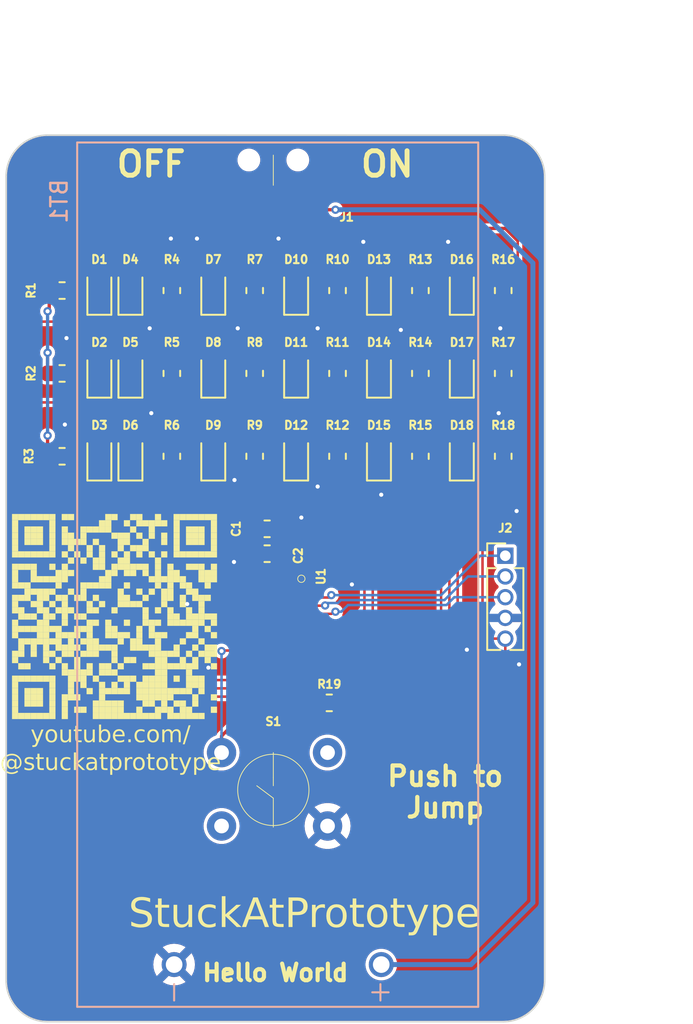
<source format=kicad_pcb>
(kicad_pcb (version 20240108) (generator "pcbnew") (generator_version "8.0")
  (layers (0 "F.Cu" signal) (1 "In1.Cu" signal) (2 "In2.Cu" signal) (31 "B.Cu" signal) (34 "B.Paste" user) (35 "F.Paste" user) (36 "B.SilkS" user "B.Silkscreen") (37 "F.SilkS" user "F.Silkscreen") (38 "B.Mask" user) (39 "F.Mask" user) (44 "Edge.Cuts" user))
  (net 0 "")
  (net 1 "+3V3")
  (net 2 "GND")
  (net 3 "Net-(D1-A)")
  (net 4 "Net-(D2-A)")
  (net 5 "Net-(D3-A)")
  (net 6 "Net-(D4-A)")
  (net 7 "Net-(D5-A)")
  (net 8 "Net-(D6-A)")
  (net 9 "Net-(D7-A)")
  (net 10 "Net-(D8-A)")
  (net 11 "Net-(D9-A)")
  (net 12 "Net-(D10-A)")
  (net 13 "Net-(D11-A)")
  (net 14 "Net-(D12-A)")
  (net 15 "Net-(D13-A)")
  (net 16 "Net-(D14-A)")
  (net 17 "Net-(D15-A)")
  (net 18 "Net-(D16-A)")
  (net 19 "Net-(D17-A)")
  (net 20 "Net-(D18-A)")
  (net 26 "D1_CTRL")
  (net 27 "D2_CTRL")
  (net 28 "D3_CTRL")
  (net 29 "D4_CTRL")
  (net 30 "D5_CTRL")
  (net 31 "D6_CTRL")
  (net 32 "D7_CTRL")
  (net 33 "D8_CTRL")
  (net 34 "D9_CTRL")
  (net 35 "D10_CTRL")
  (net 36 "D11_CTRL")
  (net 37 "D12_CTRL")
  (net 38 "D13_CTRL")
  (net 39 "D14_CTRL")
  (net 40 "D15_CTRL")
  (net 41 "D16_CTRL")
  (net 42 "D17_CTRL")
  (net 43 "D18_CTRL")
  (net 44 "Net-(J2-Pin_1)")
  (net 45 "Net-(J2-Pin_2)")
  (net 46 "Net-(J2-Pin_3)")
  (net 47 "Net-(U1-PTB3)")
  (net 50 "Net-(BT1-PadP)")
  (footprint "Capacitor_SMD:C_0603_1608Metric" (layer "F.Cu") (at 98.7 98.418 180)
    (property "Reference" "C1")
    (property "Value" "2.2uF")
  )
  (footprint "Resistor_SMD:R_0603_1608Metric" (layer "F.Cu") (at 86.127 83.813)
    (property "Reference" "R1")
    (property "Value" "300")
  )
  (footprint "Resistor_SMD:R_0603_1608Metric" (layer "F.Cu") (at 86.127 88.893)
    (property "Reference" "R2")
    (property "Value" "300")
  )
  (footprint "Resistor_SMD:R_0603_1608Metric" (layer "F.Cu") (at 92.858 83.813 90)
    (property "Reference" "R4")
    (property "Value" "300")
  )
  (footprint "custom_IC:QFN-24_4x4_05_test" (layer "F.Cu") (at 98.7 103.879 -90)
    (property "Reference" "U1")
    (property "Value" "MKE04Z8VFK4")
  )
  (footprint "custom_IC:6mm_tac_switch" (layer "F.Cu") (at 99.081 114.42)
    (property "Reference" "S1")
    (property "Value" "SWITCH")
  )
  (footprint "Resistor_SMD:R_0603_1608Metric" (layer "F.Cu") (at 113.178 93.973 90)
    (property "Reference" "R18")
    (property "Value" "300")
  )
  (footprint "Resistor_SMD:R_0603_1608Metric" (layer "F.Cu") (at 97.938 88.893 90)
    (property "Reference" "R8")
    (property "Value" "300")
  )
  (footprint "Capacitor_SMD:C_0603_1608Metric" (layer "F.Cu") (at 98.7 99.942 180)
    (property "Reference" "C2")
    (property "Value" "0.1uF")
  )
  (footprint "custom_IC:JS202011AQN" (layer "F.Cu") (at 99.081 75.812 180)
    (property "Reference" "J1")
    (property "Value" "JS202011AQN")
  )
  (footprint "Resistor_SMD:R_0603_1608Metric" (layer "F.Cu") (at 86.127 93.973)
    (property "Reference" "R3")
    (property "Value" "300")
  )
  (footprint "LED_SMD:LED_0603_1608Metric" (layer "F.Cu") (at 88.413 83.813 90)
    (property "Reference" "D1")
    (property "Value" "LED")
  )
  (footprint "LED_SMD:LED_0603_1608Metric" (layer "F.Cu") (at 88.413 88.893 90)
    (property "Reference" "D2")
    (property "Value" "LED")
  )
  (footprint "LED_SMD:LED_0603_1608Metric" (layer "F.Cu") (at 88.413 93.973 90)
    (property "Reference" "D3")
    (property "Value" "LED")
  )
  (footprint "LED_SMD:LED_0603_1608Metric" (layer "F.Cu") (at 90.318 83.813 90)
    (property "Reference" "D4")
    (property "Value" "LED")
  )
  (footprint "LED_SMD:LED_0603_1608Metric" (layer "F.Cu") (at 90.318 88.893 90)
    (property "Reference" "D5")
    (property "Value" "LED")
  )
  (footprint "LED_SMD:LED_0603_1608Metric" (layer "F.Cu") (at 90.318 93.973 90)
    (property "Reference" "D6")
    (property "Value" "LED")
  )
  (footprint "LED_SMD:LED_0603_1608Metric" (layer "F.Cu") (at 95.398 83.813 90)
    (property "Reference" "D7")
    (property "Value" "LED")
  )
  (footprint "LED_SMD:LED_0603_1608Metric" (layer "F.Cu") (at 95.398 88.893 90)
    (property "Reference" "D8")
    (property "Value" "LED")
  )
  (footprint "LED_SMD:LED_0603_1608Metric" (layer "F.Cu") (at 95.398 93.973 90)
    (property "Reference" "D9")
    (property "Value" "LED")
  )
  (footprint "LED_SMD:LED_0603_1608Metric" (layer "F.Cu") (at 100.478 83.813 90)
    (property "Reference" "D10")
    (property "Value" "LED")
  )
  (footprint "LED_SMD:LED_0603_1608Metric" (layer "F.Cu") (at 100.478 88.893 90)
    (property "Reference" "D11")
    (property "Value" "LED")
  )
  (footprint "LED_SMD:LED_0603_1608Metric" (layer "F.Cu") (at 100.478 93.973 90)
    (property "Reference" "D12")
    (property "Value" "LED")
  )
  (footprint "LED_SMD:LED_0603_1608Metric" (layer "F.Cu") (at 105.558 83.813 90)
    (property "Reference" "D13")
    (property "Value" "LED")
  )
  (footprint "LED_SMD:LED_0603_1608Metric" (layer "F.Cu") (at 105.558 88.893 90)
    (property "Reference" "D14")
    (property "Value" "LED")
  )
  (footprint "LED_SMD:LED_0603_1608Metric" (layer "F.Cu") (at 105.558 93.973 90)
    (property "Reference" "D15")
    (property "Value" "LED")
  )
  (footprint "LED_SMD:LED_0603_1608Metric" (layer "F.Cu") (at 110.638 83.813 90)
    (property "Reference" "D16")
    (property "Value" "LED")
  )
  (footprint "LED_SMD:LED_0603_1608Metric" (layer "F.Cu") (at 110.638 88.893 90)
    (property "Reference" "D17")
    (property "Value" "LED")
  )
  (footprint "LED_SMD:LED_0603_1608Metric" (layer "F.Cu") (at 110.638 93.973 90)
    (property "Reference" "D18")
    (property "Value" "LED")
  )
  (footprint "Connector_PinHeader_1.27mm:PinHeader_1x05_P1.27mm_Vertical" (layer "F.Cu") (at 113.305 100.069)
    (property "Reference" "J2")
    (property "Value" "DBG")
  )
  (footprint "Resistor_SMD:R_0603_1608Metric" (layer "F.Cu") (at 92.858 88.893 90)
    (property "Reference" "R5")
    (property "Value" "300")
  )
  (footprint "Resistor_SMD:R_0603_1608Metric" (layer "F.Cu") (at 92.858 93.973 90)
    (property "Reference" "R6")
    (property "Value" "300")
  )
  (footprint "Resistor_SMD:R_0603_1608Metric" (layer "F.Cu") (at 97.938 83.813 90)
    (property "Reference" "R7")
    (property "Value" "300")
  )
  (footprint "Resistor_SMD:R_0603_1608Metric" (layer "F.Cu") (at 97.938 93.973 90)
    (property "Reference" "R9")
    (property "Value" "300")
  )
  (footprint "Resistor_SMD:R_0603_1608Metric" (layer "F.Cu") (at 103.018 83.813 90)
    (property "Reference" "R10")
    (property "Value" "300")
  )
  (footprint "Resistor_SMD:R_0603_1608Metric" (layer "F.Cu") (at 103.018 88.893 90)
    (property "Reference" "R11")
    (property "Value" "300")
  )
  (footprint "Resistor_SMD:R_0603_1608Metric" (layer "F.Cu") (at 103.018 93.973 90)
    (property "Reference" "R12")
    (property "Value" "300")
  )
  (footprint "Resistor_SMD:R_0603_1608Metric" (layer "F.Cu") (at 108.098 83.813 90)
    (property "Reference" "R13")
    (property "Value" "300")
  )
  (footprint "Resistor_SMD:R_0603_1608Metric" (layer "F.Cu") (at 108.098 88.893 90)
    (property "Reference" "R14")
    (property "Value" "300")
  )
  (footprint "Resistor_SMD:R_0603_1608Metric" (layer "F.Cu") (at 108.098 93.973 90)
    (property "Reference" "R15")
    (property "Value" "300")
  )
  (footprint "Resistor_SMD:R_0603_1608Metric" (layer "F.Cu") (at 113.178 83.813 90)
    (property "Reference" "R16")
    (property "Value" "300")
  )
  (footprint "Resistor_SMD:R_0603_1608Metric" (layer "F.Cu") (at 113.178 88.893 90)
    (property "Reference" "R17")
    (property "Value" "300")
  )
  (footprint "Resistor_SMD:R_0603_1608Metric" (layer "F.Cu") (at 102.51 109.086)
    (property "Reference" "R19")
    (property "Value" "10k")
  )
  (footprint "custom_IC:BAT_2468" (layer "B.Cu") (at 99.348 101.228 -90)
    (property "Reference" "BT1")
    (property "Value" "2468")
  )
  (gr_poly (pts (xy 92.962 106.271001) (xy 92.581001 106.271001) (xy 92.581001 105.89) (xy 92.962 105.89)) (stroke (width -0.000001)) (fill solid) (layer "F.SilkS"))
  (gr_poly (pts (xy 87.628001 104.747) (xy 87.247001 104.747) (xy 87.247001 104.366001) (xy 87.628001 104.366001)) (stroke (width -0.000001)) (fill solid) (layer "F.SilkS"))
  (gr_poly (pts (xy 85.342001 106.271001) (xy 84.961001 106.271001) (xy 84.961001 105.89) (xy 85.342001 105.89)) (stroke (width -0.000001)) (fill solid) (layer "F.SilkS"))
  (gr_poly (pts (xy 88.390001 98.651001) (xy 88.009 98.651001) (xy 88.009 98.270001) (xy 88.390001 98.270001)) (stroke (width -0.000001)) (fill solid) (layer "F.SilkS"))
  (gr_poly (pts (xy 88.771 109.319) (xy 88.390001 109.319) (xy 88.390001 108.938) (xy 88.771 108.938)) (stroke (width -0.000001)) (fill solid) (layer "F.SilkS"))
  (gr_poly (pts (xy 92.962 109.7) (xy 92.581001 109.7) (xy 92.581001 109.319) (xy 92.962 109.319)) (stroke (width -0.000001)) (fill solid) (layer "F.SilkS"))
  (gr_poly (pts (xy 87.628001 106.271001) (xy 87.247001 106.271001) (xy 87.247001 105.89) (xy 87.628001 105.89)) (stroke (width -0.000001)) (fill solid) (layer "F.SilkS"))
  (gr_poly (pts (xy 85.342001 104.366001) (xy 84.961001 104.366001) (xy 84.961001 103.985) (xy 85.342001 103.985)) (stroke (width -0.000001)) (fill solid) (layer "F.SilkS"))
  (gr_poly (pts (xy 89.533 101.318001) (xy 89.152001 101.318001) (xy 89.152001 100.937001) (xy 89.533 100.937001)) (stroke (width -0.000001)) (fill solid) (layer "F.SilkS"))
  (gr_poly (pts (xy 86.485001 99.032001) (xy 86.104001 99.032001) (xy 86.104001 98.651001) (xy 86.485001 98.651001)) (stroke (width -0.000001)) (fill solid) (layer "F.SilkS"))
  (gr_poly (pts (xy 94.105001 102.080001) (xy 93.724 102.080001) (xy 93.724 101.699001) (xy 94.105001 101.699001)) (stroke (width -0.000001)) (fill solid) (layer "F.SilkS"))
  (gr_poly (pts (xy 85.723001 107.033001) (xy 85.342001 107.033001) (xy 85.342001 106.652) (xy 85.723001 106.652)) (stroke (width -0.000001)) (fill solid) (layer "F.SilkS"))
  (gr_poly (pts (xy 89.152001 108.557001) (xy 88.771 108.557001) (xy 88.771 108.176) (xy 89.152001 108.176)) (stroke (width -0.000001)) (fill solid) (layer "F.SilkS"))
  (gr_poly (pts (xy 89.152001 105.128) (xy 88.771 105.128) (xy 88.771 104.747) (xy 89.152001 104.747)) (stroke (width -0.000001)) (fill solid) (layer "F.SilkS"))
  (gr_poly (pts (xy 89.533 106.271001) (xy 89.152001 106.271001) (xy 89.152001 105.89) (xy 89.533 105.89)) (stroke (width -0.000001)) (fill solid) (layer "F.SilkS"))
  (gr_poly (pts (xy 92.962 108.557001) (xy 92.581001 108.557001) (xy 92.581001 108.176) (xy 92.962 108.176)) (stroke (width -0.000001)) (fill solid) (layer "F.SilkS"))
  (gr_poly (pts (xy 87.247001 107.414) (xy 86.866001 107.414) (xy 86.866001 107.033001) (xy 87.247001 107.033001)) (stroke (width -0.000001)) (fill solid) (layer "F.SilkS"))
  (gr_poly (pts (xy 94.486 100.937001) (xy 94.105001 100.937001) (xy 94.105001 100.556001) (xy 94.486 100.556001)) (stroke (width -0.000001)) (fill solid) (layer "F.SilkS"))
  (gr_poly (pts (xy 83.437001 99.794001) (xy 83.056001 99.794001) (xy 83.056001 99.413001) (xy 83.437001 99.413001)) (stroke (width -0.000001)) (fill solid) (layer "F.SilkS"))
  (gr_poly (pts (xy 93.343 99.413001) (xy 92.962 99.413001) (xy 92.962 99.032001) (xy 93.343 99.032001)) (stroke (width -0.000001)) (fill solid) (layer "F.SilkS"))
  (gr_poly (pts (xy 90.295 100.175001) (xy 89.914001 100.175001) (xy 89.914001 99.794001) (xy 90.295 99.794001)) (stroke (width -0.000001)) (fill solid) (layer "F.SilkS"))
  (gr_poly (pts (xy 87.247001 103.985) (xy 86.866001 103.985) (xy 86.866001 103.604001) (xy 87.247001 103.604001)) (stroke (width -0.000001)) (fill solid) (layer "F.SilkS"))
  (gr_poly (pts (xy 90.676 105.509001) (xy 90.295 105.509001) (xy 90.295 105.128) (xy 90.676 105.128)) (stroke (width -0.000001)) (fill solid) (layer "F.SilkS"))
  (gr_poly (pts (xy 83.437001 101.318001) (xy 83.056001 101.318001) (xy 83.056001 100.937001) (xy 83.437001 100.937001)) (stroke (width -0.000001)) (fill solid) (layer "F.SilkS"))
  (gr_poly (pts (xy 92.962 103.985) (xy 92.581001 103.985) (xy 92.581001 103.604001) (xy 92.962 103.604001)) (stroke (width -0.000001)) (fill solid) (layer "F.SilkS"))
  (gr_poly (pts (xy 94.486 107.033001) (xy 94.105001 107.033001) (xy 94.105001 106.652) (xy 94.486 106.652)) (stroke (width -0.000001)) (fill solid) (layer "F.SilkS"))
  (gr_poly (pts (xy 89.914001 99.032001) (xy 89.533 99.032001) (xy 89.533 98.651001) (xy 89.914001 98.651001)) (stroke (width -0.000001)) (fill solid) (layer "F.SilkS"))
  (gr_poly (pts (xy 86.485001 106.271001) (xy 86.104001 106.271001) (xy 86.104001 105.89) (xy 86.485001 105.89)) (stroke (width -0.000001)) (fill solid) (layer "F.SilkS"))
  (gr_poly (pts (xy 91.438 101.318001) (xy 91.057001 101.318001) (xy 91.057001 100.937001) (xy 91.438 100.937001)) (stroke (width -0.000001)) (fill solid) (layer "F.SilkS"))
  (gr_poly (pts (xy 87.247001 104.747) (xy 86.866001 104.747) (xy 86.866001 104.366001) (xy 87.247001 104.366001)) (stroke (width -0.000001)) (fill solid) (layer "F.SilkS"))
  (gr_poly (pts (xy 91.057001 97.889001) (xy 90.676 97.889001) (xy 90.676 97.508001) (xy 91.057001 97.508001)) (stroke (width -0.000001)) (fill solid) (layer "F.SilkS"))
  (gr_poly (pts (xy 89.152001 104.747) (xy 88.771 104.747) (xy 88.771 104.366001) (xy 89.152001 104.366001)) (stroke (width -0.000001)) (fill solid) (layer "F.SilkS"))
  (gr_poly (pts (xy 91.438 107.795) (xy 91.057001 107.795) (xy 91.057001 107.414) (xy 91.438 107.414)) (stroke (width -0.000001)) (fill solid) (layer "F.SilkS"))
  (gr_poly (pts (xy 84.961001 110.081001) (xy 84.580001 110.081001) (xy 84.580001 109.7) (xy 84.961001 109.7)) (stroke (width -0.000001)) (fill solid) (layer "F.SilkS"))
  (gr_poly (pts (xy 89.533 100.175001) (xy 89.152001 100.175001) (xy 89.152001 99.794001) (xy 89.533 99.794001)) (stroke (width -0.000001)) (fill solid) (layer "F.SilkS"))
  (gr_poly (pts (xy 88.009 108.557001) (xy 87.628001 108.557001) (xy 87.628001 108.176) (xy 88.009 108.176)) (stroke (width -0.000001)) (fill solid) (layer "F.SilkS"))
  (gr_poly (pts (xy 85.342001 101.699001) (xy 84.961001 101.699001) (xy 84.961001 101.318001) (xy 85.342001 101.318001)) (stroke (width -0.000001)) (fill solid) (layer "F.SilkS"))
  (gr_poly (pts (xy 85.723001 109.7) (xy 85.342001 109.7) (xy 85.342001 109.319) (xy 85.723001 109.319)) (stroke (width -0.000001)) (fill solid) (layer "F.SilkS"))
  (gr_poly (pts (xy 94.105001 108.557001) (xy 93.724 108.557001) (xy 93.724 108.176) (xy 94.105001 108.176)) (stroke (width -0.000001)) (fill solid) (layer "F.SilkS"))
  (gr_poly (pts (xy 88.771 100.937001) (xy 88.390001 100.937001) (xy 88.390001 100.556001) (xy 88.771 100.556001)) (stroke (width -0.000001)) (fill solid) (layer "F.SilkS"))
  (gr_poly (pts (xy 95.629001 98.270001) (xy 95.248 98.270001) (xy 95.248 97.889001) (xy 95.629001 97.889001)) (stroke (width -0.000001)) (fill solid) (layer "F.SilkS"))
  (gr_poly (pts (xy 85.723001 97.889001) (xy 85.342001 97.889001) (xy 85.342001 97.508001) (xy 85.723001 97.508001)) (stroke (width -0.000001)) (fill solid) (layer "F.SilkS"))
  (gr_poly (pts (xy 88.009 105.128) (xy 87.628001 105.128) (xy 87.628001 104.747) (xy 88.009 104.747)) (stroke (width -0.000001)) (fill solid) (layer "F.SilkS"))
  (gr_poly (pts (xy 92.581001 102.461) (xy 92.2 102.461) (xy 92.2 102.080001) (xy 92.581001 102.080001)) (stroke (width -0.000001)) (fill solid) (layer "F.SilkS"))
  (gr_poly (pts (xy 83.818001 100.937001) (xy 83.437001 100.937001) (xy 83.437001 100.556001) (xy 83.818001 100.556001)) (stroke (width -0.000001)) (fill solid) (layer "F.SilkS"))
  (gr_poly (pts (xy 92.2 107.795) (xy 91.819001 107.795) (xy 91.819001 107.414) (xy 92.2 107.414)) (stroke (width -0.000001)) (fill solid) (layer "F.SilkS"))
  (gr_poly (pts (xy 92.581001 107.033001) (xy 92.2 107.033001) (xy 92.2 106.652) (xy 92.581001 106.652)) (stroke (width -0.000001)) (fill solid) (layer "F.SilkS"))
  (gr_poly (pts (xy 86.104001 102.080001) (xy 85.723001 102.080001) (xy 85.723001 101.699001) (xy 86.104001 101.699001)) (stroke (width -0.000001)) (fill solid) (layer "F.SilkS"))
  (gr_poly (pts (xy 95.629001 99.413001) (xy 95.248 99.413001) (xy 95.248 99.032001) (xy 95.629001 99.032001)) (stroke (width -0.000001)) (fill solid) (layer "F.SilkS"))
  (gr_poly (pts (xy 91.438 107.033001) (xy 91.057001 107.033001) (xy 91.057001 106.652) (xy 91.438 106.652)) (stroke (width -0.000001)) (fill solid) (layer "F.SilkS"))
  (gr_poly (pts (xy 88.009 107.414) (xy 87.628001 107.414) (xy 87.628001 107.033001) (xy 88.009 107.033001)) (stroke (width -0.000001)) (fill solid) (layer "F.SilkS"))
  (gr_poly (pts (xy 90.295 102.842001) (xy 89.914001 102.842001) (xy 89.914001 102.461) (xy 90.295 102.461)) (stroke (width -0.000001)) (fill solid) (layer "F.SilkS"))
  (gr_poly (pts (xy 86.485001 105.128) (xy 86.104001 105.128) (xy 86.104001 104.747) (xy 86.485001 104.747)) (stroke (width -0.000001)) (fill solid) (layer "F.SilkS"))
  (gr_poly (pts (xy 88.771 101.699001) (xy 88.390001 101.699001) (xy 88.390001 101.318001) (xy 88.771 101.318001)) (stroke (width -0.000001)) (fill solid) (layer "F.SilkS"))
  (gr_poly (pts (xy 87.628001 105.509001) (xy 87.247001 105.509001) (xy 87.247001 105.128) (xy 87.628001 105.128)) (stroke (width -0.000001)) (fill solid) (layer "F.SilkS"))
  (gr_poly (pts (xy 92.2 100.937001) (xy 91.819001 100.937001) (xy 91.819001 100.556001) (xy 92.2 100.556001)) (stroke (width -0.000001)) (fill solid) (layer "F.SilkS"))
  (gr_poly (pts (xy 84.199001 102.080001) (xy 83.818001 102.080001) (xy 83.818001 101.699001) (xy 84.199001 101.699001)) (stroke (width -0.000001)) (fill solid) (layer "F.SilkS"))
  (gr_poly (pts (xy 88.771 108.938) (xy 88.390001 108.938) (xy 88.390001 108.557001) (xy 88.771 108.557001)) (stroke (width -0.000001)) (fill solid) (layer "F.SilkS"))
  (gr_poly (pts (xy 94.867 101.318001) (xy 94.486 101.318001) (xy 94.486 100.937001) (xy 94.867 100.937001)) (stroke (width -0.000001)) (fill solid) (layer "F.SilkS"))
  (gr_poly (pts (xy 83.437001 108.938) (xy 83.056001 108.938) (xy 83.056001 108.557001) (xy 83.437001 108.557001)) (stroke (width -0.000001)) (fill solid) (layer "F.SilkS"))
  (gr_poly (pts (xy 88.009 102.080001) (xy 87.628001 102.080001) (xy 87.628001 101.699001) (xy 88.009 101.699001)) (stroke (width -0.000001)) (fill solid) (layer "F.SilkS"))
  (gr_poly (pts (xy 86.866001 103.604001) (xy 86.485001 103.604001) (xy 86.485001 103.223) (xy 86.866001 103.223)) (stroke (width -0.000001)) (fill solid) (layer "F.SilkS"))
  (gr_poly (pts (xy 89.152001 109.319) (xy 88.771 109.319) (xy 88.771 108.938) (xy 89.152001 108.938)) (stroke (width -0.000001)) (fill solid) (layer "F.SilkS"))
  (gr_poly (pts (xy 84.961001 104.747) (xy 84.580001 104.747) (xy 84.580001 104.366001) (xy 84.961001 104.366001)) (stroke (width -0.000001)) (fill solid) (layer "F.SilkS"))
  (gr_poly (pts (xy 84.580001 107.795) (xy 84.199001 107.795) (xy 84.199001 107.414) (xy 84.580001 107.414)) (stroke (width -0.000001)) (fill solid) (layer "F.SilkS"))
  (gr_poly (pts (xy 85.723001 110.081001) (xy 85.342001 110.081001) (xy 85.342001 109.7) (xy 85.723001 109.7)) (stroke (width -0.000001)) (fill solid) (layer "F.SilkS"))
  (gr_poly (pts (xy 93.343 101.699001) (xy 92.962 101.699001) (xy 92.962 101.318001) (xy 93.343 101.318001)) (stroke (width -0.000001)) (fill solid) (layer "F.SilkS"))
  (gr_poly (pts (xy 84.961001 103.604001) (xy 84.580001 103.604001) (xy 84.580001 103.223) (xy 84.961001 103.223)) (stroke (width -0.000001)) (fill solid) (layer "F.SilkS"))
  (gr_poly (pts (xy 91.819001 108.176) (xy 91.438 108.176) (xy 91.438 107.795) (xy 91.819001 107.795)) (stroke (width -0.000001)) (fill solid) (layer "F.SilkS"))
  (gr_poly (pts (xy 95.629001 107.033001) (xy 95.248 107.033001) (xy 95.248 106.652) (xy 95.629001 106.652)) (stroke (width -0.000001)) (fill solid) (layer "F.SilkS"))
  (gr_poly (pts (xy 91.057001 108.938) (xy 90.676 108.938) (xy 90.676 108.557001) (xy 91.057001 108.557001)) (stroke (width -0.000001)) (fill solid) (layer "F.SilkS"))
  (gr_poly (pts (xy 88.771 108.176) (xy 88.390001 108.176) (xy 88.390001 107.795) (xy 88.771 107.795)) (stroke (width -0.000001)) (fill solid) (layer "F.SilkS"))
  (gr_poly (pts (xy 84.580001 106.271001) (xy 84.199001 106.271001) (xy 84.199001 105.89) (xy 84.580001 105.89)) (stroke (width -0.000001)) (fill solid) (layer "F.SilkS"))
  (gr_poly (pts (xy 88.771 109.7) (xy 88.390001 109.7) (xy 88.390001 109.319) (xy 88.771 109.319)) (stroke (width -0.000001)) (fill solid) (layer "F.SilkS"))
  (gr_poly (pts (xy 89.152001 105.89) (xy 88.771 105.89) (xy 88.771 105.509001) (xy 89.152001 105.509001)) (stroke (width -0.000001)) (fill solid) (layer "F.SilkS"))
  (gr_poly (pts (xy 90.295 99.413001) (xy 89.914001 99.413001) (xy 89.914001 99.032001) (xy 90.295 99.032001)) (stroke (width -0.000001)) (fill solid) (layer "F.SilkS"))
  (gr_poly (pts (xy 93.343 107.033001) (xy 92.962 107.033001) (xy 92.962 106.652) (xy 93.343 106.652)) (stroke (width -0.000001)) (fill solid) (layer "F.SilkS"))
  (gr_poly (pts (xy 86.866001 97.889001) (xy 86.485001 97.889001) (xy 86.485001 97.508001) (xy 86.866001 97.508001)) (stroke (width -0.000001)) (fill solid) (layer "F.SilkS"))
  (gr_poly (pts (xy 87.247001 102.842001) (xy 86.866001 102.842001) (xy 86.866001 102.461) (xy 87.247001 102.461)) (stroke (width -0.000001)) (fill solid) (layer "F.SilkS"))
  (gr_poly (pts (xy 83.818001 97.889001) (xy 83.437001 97.889001) (xy 83.437001 97.508001) (xy 83.818001 97.508001)) (stroke (width -0.000001)) (fill solid) (layer "F.SilkS"))
  (gr_poly (pts (xy 89.533 105.89) (xy 89.152001 105.89) (xy 89.152001 105.509001) (xy 89.533 105.509001)) (stroke (width -0.000001)) (fill solid) (layer "F.SilkS"))
  (gr_poly (pts (xy 92.581001 105.128) (xy 92.2 105.128) (xy 92.2 104.747) (xy 92.581001 104.747)) (stroke (width -0.000001)) (fill solid) (layer "F.SilkS"))
  (gr_poly (pts (xy 92.581001 108.938) (xy 92.2 108.938) (xy 92.2 108.557001) (xy 92.581001 108.557001)) (stroke (width -0.000001)) (fill solid) (layer "F.SilkS"))
  (gr_poly (pts (xy 86.485001 110.081001) (xy 86.104001 110.081001) (xy 86.104001 109.7) (xy 86.485001 109.7)) (stroke (width -0.000001)) (fill solid) (layer "F.SilkS"))
  (gr_poly (pts (xy 92.2 106.652) (xy 91.819001 106.652) (xy 91.819001 106.271001) (xy 92.2 106.271001)) (stroke (width -0.000001)) (fill solid) (layer "F.SilkS"))
  (gr_poly (pts (xy 91.438 104.366001) (xy 91.057001 104.366001) (xy 91.057001 103.985) (xy 91.438 103.985)) (stroke (width -0.000001)) (fill solid) (layer "F.SilkS"))
  (gr_poly (pts (xy 84.199001 99.032001) (xy 83.818001 99.032001) (xy 83.818001 98.651001) (xy 84.199001 98.651001)) (stroke (width -0.000001)) (fill solid) (layer "F.SilkS"))
  (gr_poly (pts (xy 84.961001 109.319) (xy 84.580001 109.319) (xy 84.580001 108.938) (xy 84.961001 108.938)) (stroke (width -0.000001)) (fill solid) (layer "F.SilkS"))
  (gr_poly (pts (xy 89.152001 101.318001) (xy 88.771 101.318001) (xy 88.771 100.937001) (xy 89.152001 100.937001)) (stroke (width -0.000001)) (fill solid) (layer "F.SilkS"))
  (gr_poly (pts (xy 92.2 108.938) (xy 91.819001 108.938) (xy 91.819001 108.557001) (xy 92.2 108.557001)) (stroke (width -0.000001)) (fill solid) (layer "F.SilkS"))
  (gr_poly (pts (xy 93.343 98.651001) (xy 92.962 98.651001) (xy 92.962 98.270001) (xy 93.343 98.270001)) (stroke (width -0.000001)) (fill solid) (layer "F.SilkS"))
  (gr_poly (pts (xy 90.676 100.937001) (xy 90.295 100.937001) (xy 90.295 100.556001) (xy 90.676 100.556001)) (stroke (width -0.000001)) (fill solid) (layer "F.SilkS"))
  (gr_poly (pts (xy 83.437001 102.080001) (xy 83.056001 102.080001) (xy 83.056001 101.699001) (xy 83.437001 101.699001)) (stroke (width -0.000001)) (fill solid) (layer "F.SilkS"))
  (gr_poly (pts (xy 86.866001 108.938) (xy 86.485001 108.938) (xy 86.485001 108.557001) (xy 86.866001 108.557001)) (stroke (width -0.000001)) (fill solid) (layer "F.SilkS"))
  (gr_poly (pts (xy 89.533 110.081001) (xy 89.152001 110.081001) (xy 89.152001 109.7) (xy 89.533 109.7)) (stroke (width -0.000001)) (fill solid) (layer "F.SilkS"))
  (gr_poly (pts (xy 85.723001 100.937001) (xy 85.342001 100.937001) (xy 85.342001 100.556001) (xy 85.723001 100.556001)) (stroke (width -0.000001)) (fill solid) (layer "F.SilkS"))
  (gr_poly (pts (xy 91.438 109.319) (xy 91.057001 109.319) (xy 91.057001 108.938) (xy 91.438 108.938)) (stroke (width -0.000001)) (fill solid) (layer "F.SilkS"))
  (gr_poly (pts (xy 84.961001 102.842001) (xy 84.580001 102.842001) (xy 84.580001 102.461) (xy 84.961001 102.461)) (stroke (width -0.000001)) (fill solid) (layer "F.SilkS"))
  (gr_poly (pts (xy 87.247001 107.033001) (xy 86.866001 107.033001) (xy 86.866001 106.652) (xy 87.247001 106.652)) (stroke (width -0.000001)) (fill solid) (layer "F.SilkS"))
  (gr_poly (pts (xy 95.629001 109.7) (xy 95.248 109.7) (xy 95.248 109.319) (xy 95.629001 109.319)) (stroke (width -0.000001)) (fill solid) (layer "F.SilkS"))
  (gr_poly (pts (xy 84.580001 100.937001) (xy 84.199001 100.937001) (xy 84.199001 100.556001) (xy 84.580001 100.556001)) (stroke (width -0.000001)) (fill solid) (layer "F.SilkS"))
  (gr_poly (pts (xy 85.723001 103.223) (xy 85.342001 103.223) (xy 85.342001 102.842001) (xy 85.723001 102.842001)) (stroke (width -0.000001)) (fill solid) (layer "F.SilkS"))
  (gr_poly (pts (xy 91.819001 106.271001) (xy 91.438 106.271001) (xy 91.438 105.89) (xy 91.819001 105.89)) (stroke (width -0.000001)) (fill solid) (layer "F.SilkS"))
  (gr_poly (pts (xy 88.771 102.080001) (xy 88.390001 102.080001) (xy 88.390001 101.699001) (xy 88.771 101.699001)) (stroke (width -0.000001)) (fill solid) (layer "F.SilkS"))
  (gr_poly (pts (xy 94.867 99.032001) (xy 94.486 99.032001) (xy 94.486 98.651001) (xy 94.867 98.651001)) (stroke (width -0.000001)) (fill solid) (layer "F.SilkS"))
  (gr_poly (pts (xy 86.104001 105.89) (xy 85.723001 105.89) (xy 85.723001 105.509001) (xy 86.104001 105.509001)) (stroke (width -0.000001)) (fill solid) (layer "F.SilkS"))
  (gr_poly (pts (xy 83.818001 104.747) (xy 83.437001 104.747) (xy 83.437001 104.366001) (xy 83.818001 104.366001)) (stroke (width -0.000001)) (fill solid) (layer "F.SilkS"))
  (gr_poly (pts (xy 84.199001 102.461) (xy 83.818001 102.461) (xy 83.818001 102.080001) (xy 84.199001 102.080001)) (stroke (width -0.000001)) (fill solid) (layer "F.SilkS"))
  (gr_poly (pts (xy 92.962 100.937001) (xy 92.581001 100.937001) (xy 92.581001 100.556001) (xy 92.962 100.556001)) (stroke (width -0.000001)) (fill solid) (layer "F.SilkS"))
  (gr_poly (pts (xy 95.629001 99.032001) (xy 95.248 99.032001) (xy 95.248 98.651001) (xy 95.629001 98.651001)) (stroke (width -0.000001)) (fill solid) (layer "F.SilkS"))
  (gr_poly (pts (xy 88.771 100.175001) (xy 88.390001 100.175001) (xy 88.390001 99.794001) (xy 88.771 99.794001)) (stroke (width -0.000001)) (fill solid) (layer "F.SilkS"))
  (gr_poly (pts (xy 84.580001 99.413001) (xy 84.199001 99.413001) (xy 84.199001 99.032001) (xy 84.580001 99.032001)) (stroke (width -0.000001)) (fill solid) (layer "F.SilkS"))
  (gr_poly (pts (xy 94.105001 98.651001) (xy 93.724 98.651001) (xy 93.724 98.270001) (xy 94.105001 98.270001)) (stroke (width -0.000001)) (fill solid) (layer "F.SilkS"))
  (gr_poly (pts (xy 92.962 103.604001) (xy 92.581001 103.604001) (xy 92.581001 103.223) (xy 92.962 103.223)) (stroke (width -0.000001)) (fill solid) (layer "F.SilkS"))
  (gr_poly (pts (xy 94.867 108.557001) (xy 94.486 108.557001) (xy 94.486 108.176) (xy 94.867 108.176)) (stroke (width -0.000001)) (fill solid) (layer "F.SilkS"))
  (gr_poly (pts (xy 93.343 107.795) (xy 92.962 107.795) (xy 92.962 107.414) (xy 93.343 107.414)) (stroke (width -0.000001)) (fill solid) (layer "F.SilkS"))
  (gr_poly (pts (xy 88.390001 99.413001) (xy 88.009 99.413001) (xy 88.009 99.032001) (xy 88.390001 99.032001)) (stroke (width -0.000001)) (fill solid) (layer "F.SilkS"))
  (gr_poly (pts (xy 90.295 108.176) (xy 89.914001 108.176) (xy 89.914001 107.795) (xy 90.295 107.795)) (stroke (width -0.000001)) (fill solid) (layer "F.SilkS"))
  (gr_poly (pts (xy 91.819001 107.033001) (xy 91.438 107.033001) (xy 91.438 106.652) (xy 91.819001 106.652)) (stroke (width -0.000001)) (fill solid) (layer "F.SilkS"))
  (gr_poly (pts (xy 84.580001 99.032001) (xy 84.199001 99.032001) (xy 84.199001 98.651001) (xy 84.580001 98.651001)) (stroke (width -0.000001)) (fill solid) (layer "F.SilkS"))
  (gr_poly (pts (xy 91.819001 102.461) (xy 91.438 102.461) (xy 91.438 102.080001) (xy 91.819001 102.080001)) (stroke (width -0.000001)) (fill solid) (layer "F.SilkS"))
  (gr_poly (pts (xy 86.104001 105.128) (xy 85.723001 105.128) (xy 85.723001 104.747) (xy 86.104001 104.747)) (stroke (width -0.000001)) (fill solid) (layer "F.SilkS"))
  (gr_poly (pts (xy 94.867 97.889001) (xy 94.486 97.889001) (xy 94.486 97.508001) (xy 94.867 97.508001)) (stroke (width -0.000001)) (fill solid) (layer "F.SilkS"))
  (gr_poly (pts (xy 84.199001 107.033001) (xy 83.818001 107.033001) (xy 83.818001 106.652) (xy 84.199001 106.652)) (stroke (width -0.000001)) (fill solid) (layer "F.SilkS"))
  (gr_poly (pts (xy 92.2 103.604001) (xy 91.819001 103.604001) (xy 91.819001 103.223) (xy 92.2 103.223)) (stroke (width -0.000001)) (fill solid) (layer "F.SilkS"))
  (gr_poly (pts (xy 86.485001 102.842001) (xy 86.104001 102.842001) (xy 86.104001 102.461) (xy 86.485001 102.461)) (stroke (width -0.000001)) (fill solid) (layer "F.SilkS"))
  (gr_poly (pts (xy 83.818001 100.175001) (xy 83.437001 100.175001) (xy 83.437001 99.794001) (xy 83.818001 99.794001)) (stroke (width -0.000001)) (fill solid) (layer "F.SilkS"))
  (gr_poly (pts (xy 91.057001 109.7) (xy 90.676 109.7) (xy 90.676 109.319) (xy 91.057001 109.319)) (stroke (width -0.000001)) (fill solid) (layer "F.SilkS"))
  (gr_poly (pts (xy 85.723001 109.319) (xy 85.342001 109.319) (xy 85.342001 108.938) (xy 85.723001 108.938)) (stroke (width -0.000001)) (fill solid) (layer "F.SilkS"))
  (gr_poly (pts (xy 84.961001 108.938) (xy 84.580001 108.938) (xy 84.580001 108.557001) (xy 84.961001 108.557001)) (stroke (width -0.000001)) (fill solid) (layer "F.SilkS"))
  (gr_poly (pts (xy 94.486 97.889001) (xy 94.105001 97.889001) (xy 94.105001 97.508001) (xy 94.486 97.508001)) (stroke (width -0.000001)) (fill solid) (layer "F.SilkS"))
  (gr_poly (pts (xy 87.628001 99.032001) (xy 87.247001 99.032001) (xy 87.247001 98.651001) (xy 87.628001 98.651001)) (stroke (width -0.000001)) (fill solid) (layer "F.SilkS"))
  (gr_poly (pts (xy 91.057001 110.081001) (xy 90.676 110.081001) (xy 90.676 109.7) (xy 91.057001 109.7)) (stroke (width -0.000001)) (fill solid) (layer "F.SilkS"))
  (gr_poly (pts (xy 94.105001 107.795) (xy 93.724 107.795) (xy 93.724 107.414) (xy 94.105001 107.414)) (stroke (width -0.000001)) (fill solid) (layer "F.SilkS"))
  (gr_poly (pts (xy 91.057001 102.461) (xy 90.676 102.461) (xy 90.676 102.080001) (xy 91.057001 102.080001)) (stroke (width -0.000001)) (fill solid) (layer "F.SilkS"))
  (gr_poly (pts (xy 88.009 104.366001) (xy 87.628001 104.366001) (xy 87.628001 103.985) (xy 88.009 103.985)) (stroke (width -0.000001)) (fill solid) (layer "F.SilkS"))
  (gr_poly (pts (xy 83.437001 109.319) (xy 83.056001 109.319) (xy 83.056001 108.938) (xy 83.437001 108.938)) (stroke (width -0.000001)) (fill solid) (layer "F.SilkS"))
  (gr_poly (pts (xy 94.867 102.842001) (xy 94.486 102.842001) (xy 94.486 102.461) (xy 94.867 102.461)) (stroke (width -0.000001)) (fill solid) (layer "F.SilkS"))
  (gr_poly (pts (xy 93.724 105.509001) (xy 93.343 105.509001) (xy 93.343 105.128) (xy 93.724 105.128)) (stroke (width -0.000001)) (fill solid) (layer "F.SilkS"))
  (gr_poly (pts (xy 94.105001 103.985) (xy 93.724 103.985) (xy 93.724 103.604001) (xy 94.105001 103.604001)) (stroke (width -0.000001)) (fill solid) (layer "F.SilkS"))
  (gr_poly (pts (xy 84.199001 103.985) (xy 83.818001 103.985) (xy 83.818001 103.604001) (xy 84.199001 103.604001)) (stroke (width -0.000001)) (fill solid) (layer "F.SilkS"))
  (gr_poly (pts (xy 84.580001 110.081001) (xy 84.199001 110.081001) (xy 84.199001 109.7) (xy 84.580001 109.7)) (stroke (width -0.000001)) (fill solid) (layer "F.SilkS"))
  (gr_poly (pts (xy 84.199001 100.175001) (xy 83.818001 100.175001) (xy 83.818001 99.794001) (xy 84.199001 99.794001)) (stroke (width -0.000001)) (fill solid) (layer "F.SilkS"))
  (gr_poly (pts (xy 92.962 110.081001) (xy 92.581001 110.081001) (xy 92.581001 109.7) (xy 92.962 109.7)) (stroke (width -0.000001)) (fill solid) (layer "F.SilkS"))
  (gr_poly (pts (xy 89.152001 109.7) (xy 88.771 109.7) (xy 88.771 109.319) (xy 89.152001 109.319)) (stroke (width -0.000001)) (fill solid) (layer "F.SilkS"))
  (gr_poly (pts (xy 91.438 108.938) (xy 91.057001 108.938) (xy 91.057001 108.557001) (xy 91.438 108.557001)) (stroke (width -0.000001)) (fill solid) (layer "F.SilkS"))
  (gr_poly (pts (xy 86.485001 103.604001) (xy 86.104001 103.604001) (xy 86.104001 103.223) (xy 86.485001 103.223)) (stroke (width -0.000001)) (fill solid) (layer "F.SilkS"))
  (gr_poly (pts (xy 83.818001 105.89) (xy 83.437001 105.89) (xy 83.437001 105.509001) (xy 83.818001 105.509001)) (stroke (width -0.000001)) (fill solid) (layer "F.SilkS"))
  (gr_poly (pts (xy 93.343 103.985) (xy 92.962 103.985) (xy 92.962 103.604001) (xy 93.343 103.604001)) (stroke (width -0.000001)) (fill solid) (layer "F.SilkS"))
  (gr_poly (pts (xy 88.009 105.89) (xy 87.628001 105.89) (xy 87.628001 105.509001) (xy 88.009 105.509001)) (stroke (width -0.000001)) (fill solid) (layer "F.SilkS"))
  (gr_poly (pts (xy 94.486 99.413001) (xy 94.105001 99.413001) (xy 94.105001 99.032001) (xy 94.486 99.032001)) (stroke (width -0.000001)) (fill solid) (layer "F.SilkS"))
  (gr_poly (pts (xy 85.723001 107.795) (xy 85.342001 107.795) (xy 85.342001 107.414) (xy 85.723001 107.414)) (stroke (width -0.000001)) (fill solid) (layer "F.SilkS"))
  (gr_poly (pts (xy 84.199001 104.747) (xy 83.818001 104.747) (xy 83.818001 104.366001) (xy 84.199001 104.366001)) (stroke (width -0.000001)) (fill solid) (layer "F.SilkS"))
  (gr_poly (pts (xy 92.581001 99.413001) (xy 92.2 99.413001) (xy 92.2 99.032001) (xy 92.581001 99.032001)) (stroke (width -0.000001)) (fill solid) (layer "F.SilkS"))
  (gr_poly (pts (xy 86.104001 106.652) (xy 85.723001 106.652) (xy 85.723001 106.271001) (xy 86.104001 106.271001)) (stroke (width -0.000001)) (fill solid) (layer "F.SilkS"))
  (gr_poly (pts (xy 95.629001 105.89) (xy 95.248 105.89) (xy 95.248 105.509001) (xy 95.629001 105.509001)) (stroke (width -0.000001)) (fill solid) (layer "F.SilkS"))
  (gr_poly (pts (xy 94.867 105.509001) (xy 94.486 105.509001) (xy 94.486 105.128) (xy 94.867 105.128)) (stroke (width -0.000001)) (fill solid) (layer "F.SilkS"))
  (gr_poly (pts (xy 91.819001 99.032001) (xy 91.438 99.032001) (xy 91.438 98.651001) (xy 91.819001 98.651001)) (stroke (width -0.000001)) (fill solid) (layer "F.SilkS"))
  (gr_poly (pts (xy 93.724 109.7) (xy 93.343 109.7) (xy 93.343 109.319) (xy 93.724 109.319)) (stroke (width -0.000001)) (fill solid) (layer "F.SilkS"))
  (gr_poly (pts (xy 92.2 108.557001) (xy 91.819001 108.557001) (xy 91.819001 108.176) (xy 92.2 108.176)) (stroke (width -0.000001)) (fill solid) (layer "F.SilkS"))
  (gr_poly (pts (xy 86.485001 105.89) (xy 86.104001 105.89) (xy 86.104001 105.509001) (xy 86.485001 105.509001)) (stroke (width -0.000001)) (fill solid) (layer "F.SilkS"))
  (gr_poly (pts (xy 84.961001 105.128) (xy 84.580001 105.128) (xy 84.580001 104.747) (xy 84.961001 104.747)) (stroke (width -0.000001)) (fill solid) (layer "F.SilkS"))
  (gr_poly (pts (xy 86.485001 108.938) (xy 86.104001 108.938) (xy 86.104001 108.557001) (xy 86.485001 108.557001)) (stroke (width -0.000001)) (fill solid) (layer "F.SilkS"))
  (gr_poly (pts (xy 88.390001 105.509001) (xy 88.009 105.509001) (xy 88.009 105.128) (xy 88.390001 105.128)) (stroke (width -0.000001)) (fill solid) (layer "F.SilkS"))
  (gr_poly (pts (xy 84.580001 101.699001) (xy 84.199001 101.699001) (xy 84.199001 101.318001) (xy 84.580001 101.318001)) (stroke (width -0.000001)) (fill solid) (layer "F.SilkS"))
  (gr_poly (pts (xy 94.486 99.032001) (xy 94.105001 99.032001) (xy 94.105001 98.651001) (xy 94.486 98.651001)) (stroke (width -0.000001)) (fill solid) (layer "F.SilkS"))
  (gr_poly (pts (xy 94.105001 108.176) (xy 93.724 108.176) (xy 93.724 107.795) (xy 94.105001 107.795)) (stroke (width -0.000001)) (fill solid) (layer "F.SilkS"))
  (gr_poly (pts (xy 91.438 105.89) (xy 91.057001 105.89) (xy 91.057001 105.509001) (xy 91.438 105.509001)) (stroke (width -0.000001)) (fill solid) (layer "F.SilkS"))
  (gr_poly (pts (xy 88.390001 110.081001) (xy 88.009 110.081001) (xy 88.009 109.7) (xy 88.390001 109.7)) (stroke (width -0.000001)) (fill solid) (layer "F.SilkS"))
  (gr_poly (pts (xy 85.723001 108.176) (xy 85.342001 108.176) (xy 85.342001 107.795) (xy 85.723001 107.795)) (stroke (width -0.000001)) (fill solid) (layer "F.SilkS"))
  (gr_poly (pts (xy 95.629001 101.318001) (xy 95.248 101.318001) (xy 95.248 100.937001) (xy 95.629001 100.937001)) (stroke (width -0.000001)) (fill solid) (layer "F.SilkS"))
  (gr_poly (pts (xy 88.390001 100.937001) (xy 88.009 100.937001) (xy 88.009 100.556001) (xy 88.390001 100.556001)) (stroke (width -0.000001)) (fill solid) (layer "F.SilkS"))
  (gr_poly (pts (xy 90.295 110.081001) (xy 89.914001 110.081001) (xy 89.914001 109.7) (xy 90.295 109.7)) (stroke (width -0.000001)) (fill solid) (layer "F.SilkS"))
  (gr_poly (pts (xy 90.295 108.557001) (xy 89.914001 108.557001) (xy 89.914001 108.176) (xy 90.295 108.176)) (stroke (width -0.000001)) (fill solid) (layer "F.SilkS"))
  (gr_poly (pts (xy 92.2 101.699001) (xy 91.819001 101.699001) (xy 91.819001 101.318001) (xy 92.2 101.318001)) (stroke (width -0.000001)) (fill solid) (layer "F.SilkS"))
  (gr_poly (pts (xy 89.914001 107.033001) (xy 89.533 107.033001) (xy 89.533 106.652) (xy 89.914001 106.652)) (stroke (width -0.000001)) (fill solid) (layer "F.SilkS"))
  (gr_poly (pts (xy 83.437001 98.651001) (xy 83.056001 98.651001) (xy 83.056001 98.270001) (xy 83.437001 98.270001)) (stroke (width -0.000001)) (fill solid) (layer "F.SilkS"))
  (gr_poly (pts (xy 91.438 108.557001) (xy 91.057001 108.557001) (xy 91.057001 108.176) (xy 91.438 108.176)) (stroke (width -0.000001)) (fill solid) (layer "F.SilkS"))
  (gr_poly (pts (xy 94.486 103.985) (xy 94.105001 103.985) (xy 94.105001 103.604001) (xy 94.486 103.604001)) (stroke (width -0.000001)) (fill solid) (layer "F.SilkS"))
  (gr_poly (pts (xy 84.961001 97.889001) (xy 84.580001 97.889001) (xy 84.580001 97.508001) (xy 84.961001 97.508001)) (stroke (width -0.000001)) (fill solid) (layer "F.SilkS"))
  (gr_poly (pts (xy 89.152001 98.270001) (xy 88.771 98.270001) (xy 88.771 97.889001) (xy 89.152001 97.889001)) (stroke (width -0.000001)) (fill solid) (layer "F.SilkS"))
  (gr_poly (pts (xy 85.342001 100.175001) (xy 84.961001 100.175001) (xy 84.961001 99.794001) (xy 85.342001 99.794001)) (stroke (width -0.000001)) (fill solid) (layer "F.SilkS"))
  (gr_poly (pts (xy 88.009 99.794001) (xy 87.628001 99.794001) (xy 87.628001 99.413001) (xy 88.009 99.413001)) (stroke (width -0.000001)) (fill solid) (layer "F.SilkS"))
  (gr_poly (pts (xy 95.248 102.080001) (xy 94.867 102.080001) (xy 94.867 101.699001) (xy 95.248 101.699001)) (stroke (width -0.000001)) (fill solid) (layer "F.SilkS"))
  (gr_poly (pts (xy 92.2 108.176) (xy 91.819001 108.176) (xy 91.819001 107.795) (xy 92.2 107.795)) (stroke (width -0.000001)) (fill solid) (layer "F.SilkS"))
  (gr_poly (pts (xy 93.343 105.89) (xy 92.962 105.89) (xy 92.962 105.509001) (xy 93.343 105.509001)) (stroke (width -0.000001)) (fill solid) (layer "F.SilkS"))
  (gr_poly (pts (xy 92.2 105.509001) (xy 91.819001 105.509001) (xy 91.819001 105.128) (xy 92.2 105.128)) (stroke (width -0.000001)) (fill solid) (layer "F.SilkS"))
  (gr_poly (pts (xy 92.962 108.938) (xy 92.581001 108.938) (xy 92.581001 108.557001) (xy 92.962 108.557001)) (stroke (width -0.000001)) (fill solid) (layer "F.SilkS"))
  (gr_poly (pts (xy 85.342001 102.842001) (xy 84.961001 102.842001) (xy 84.961001 102.461) (xy 85.342001 102.461)) (stroke (width -0.000001)) (fill solid) (layer "F.SilkS"))
  (gr_poly (pts (xy 88.009 107.033001) (xy 87.628001 107.033001) (xy 87.628001 106.652) (xy 88.009 106.652)) (stroke (width -0.000001)) (fill solid) (layer "F.SilkS"))
  (gr_poly (pts (xy 91.438 99.794001) (xy 91.057001 99.794001) (xy 91.057001 99.413001) (xy 91.438 99.413001)) (stroke (width -0.000001)) (fill solid) (layer "F.SilkS"))
  (gr_poly (pts (xy 95.629001 100.937001) (xy 95.248 100.937001) (xy 95.248 100.556001) (xy 95.629001 100.556001)) (stroke (width -0.000001)) (fill solid) (layer "F.SilkS"))
  (gr_poly (pts (xy 92.962 101.318001) (xy 92.581001 101.318001) (xy 92.581001 100.937001) (xy 92.962 100.937001)) (stroke (width -0.000001)) (fill solid) (layer "F.SilkS"))
  (gr_poly (pts (xy 95.629001 100.175001) (xy 95.248 100.175001) (xy 95.248 99.794001) (xy 95.629001 99.794001)) (stroke (width -0.000001)) (fill solid) (layer "F.SilkS"))
  (gr_poly (pts (xy 83.818001 103.985) (xy 83.437001 103.985) (xy 83.437001 103.604001) (xy 83.818001 103.604001)) (stroke (width -0.000001)) (fill solid) (layer "F.SilkS"))
  (gr_poly (pts (xy 91.819001 110.081001) (xy 91.438 110.081001) (xy 91.438 109.7) (xy 91.819001 109.7)) (stroke (width -0.000001)) (fill solid) (layer "F.SilkS"))
  (gr_poly (pts (xy 86.866001 100.556001) (xy 86.485001 100.556001) (xy 86.485001 100.175001) (xy 86.866001 100.175001)) (stroke (width -0.000001)) (fill solid) (layer "F.SilkS"))
  (gr_poly (pts (xy 86.485001 107.414) (xy 86.104001 107.414) (xy 86.104001 107.033001) (xy 86.485001 107.033001)) (stroke (width -0.000001)) (fill solid) (layer "F.SilkS"))
  (gr_poly (pts (xy 87.628001 102.080001) (xy 87.247001 102.080001) (xy 87.247001 101.699001) (xy 87.628001 101.699001)) (stroke (width -0.000001)) (fill solid) (layer "F.SilkS"))
  (gr_poly (pts (xy 84.580001 102.461) (xy 84.199001 102.461) (xy 84.199001 102.080001) (xy 84.580001 102.080001)) (stroke (width -0.000001)) (fill solid) (layer "F.SilkS"))
  (gr_poly (pts (xy 88.390001 109.7) (xy 88.009 109.7) (xy 88.009 109.319) (xy 88.390001 109.319)) (stroke (width -0.000001)) (fill solid) (layer "F.SilkS"))
  (gr_poly (pts (xy 86.485001 103.985) (xy 86.104001 103.985) (xy 86.104001 103.604001) (xy 86.485001 103.604001)) (stroke (width -0.000001)) (fill solid) (layer "F.SilkS"))
  (gr_poly (pts (xy 91.438 108.176) (xy 91.057001 108.176) (xy 91.057001 107.795) (xy 91.438 107.795)) (stroke (width -0.000001)) (fill solid) (layer "F.SilkS"))
  (gr_poly (pts (xy 92.581001 101.699001) (xy 92.2 101.699001) (xy 92.2 101.318001) (xy 92.581001 101.318001)) (stroke (width -0.000001)) (fill solid) (layer "F.SilkS"))
  (gr_poly (pts (xy 91.438 103.604001) (xy 91.057001 103.604001) (xy 91.057001 103.223) (xy 91.438 103.223)) (stroke (width -0.000001)) (fill solid) (layer "F.SilkS"))
  (gr_poly (pts (xy 91.438 98.270001) (xy 91.057001 98.270001) (xy 91.057001 97.889001) (xy 91.438 97.889001)) (stroke (width -0.000001)) (fill solid) (layer "F.SilkS"))
  (gr_poly (pts (xy 93.343 101.318001) (xy 92.962 101.318001) (xy 92.962 100.937001) (xy 93.343 100.937001)) (stroke (width -0.000001)) (fill solid) (layer "F.SilkS"))
  (gr_poly (pts (xy 90.676 99.794001) (xy 90.295 99.794001) (xy 90.295 99.413001) (xy 90.676 99.413001)) (stroke (width -0.000001)) (fill solid) (layer "F.SilkS"))
  (gr_poly (pts (xy 92.581001 109.7) (xy 92.2 109.7) (xy 92.2 109.319) (xy 92.581001 109.319)) (stroke (width -0.000001)) (fill solid) (layer "F.SilkS"))
  (gr_poly (pts (xy 92.2 97.889001) (xy 91.819001 97.889001) (xy 91.819001 97.508001) (xy 92.2 97.508001)) (stroke (width -0.000001)) (fill solid) (layer "F.SilkS"))
  (gr_poly (pts (xy 83.818001 110.081001) (xy 83.437001 110.081001) (xy 83.437001 109.7) (xy 83.818001 109.7)) (stroke (width -0.000001)) (fill solid) (layer "F.SilkS"))
  (gr_poly (pts (xy 84.961001 107.795) (xy 84.580001 107.795) (xy 84.580001 107.414) (xy 84.961001 107.414)) (stroke (width -0.000001)) (fill solid) (layer "F.SilkS"))
  (gr_poly (pts (xy 92.581001 108.176) (xy 92.2 108.176) (xy 92.2 107.795) (xy 92.581001 107.795)) (stroke (width -0.000001)) (fill solid) (layer "F.SilkS"))
  (gr_poly (pts (xy 85.723001 101.699001) (xy 85.342001 101.699001) (xy 85.342001 101.318001) (xy 85.723001 101.318001)) (stroke (width -0.000001)) (fill solid) (layer "F.SilkS"))
  (gr_poly (pts (xy 85.342001 97.889001) (xy 84.961001 97.889001) (xy 84.961001 97.508001) (xy 85.342001 97.508001)) (stroke (width -0.000001)) (fill solid) (layer "F.SilkS"))
  (gr_poly (pts (xy 88.390001 102.080001) (xy 88.009 102.080001) (xy 88.009 101.699001) (xy 88.390001 101.699001)) (stroke (width -0.000001)) (fill solid) (layer "F.SilkS"))
  (gr_poly (pts (xy 94.486 102.842001) (xy 94.105001 102.842001) (xy 94.105001 102.461) (xy 94.486 102.461)) (stroke (width -0.000001)) (fill solid) (layer "F.SilkS"))
  (gr_poly (pts (xy 88.771 98.270001) (xy 88.390001 98.270001) (xy 88.390001 97.889001) (xy 88.771 97.889001)) (stroke (width -0.000001)) (fill solid) (layer "F.SilkS"))
  (gr_poly (pts (xy 94.486 100.175001) (xy 94.105001 100.175001) (xy 94.105001 99.794001) (xy 94.486 99.794001)) (stroke (width -0.000001)) (fill solid) (layer "F.SilkS"))
  (gr_poly (pts (xy 84.199001 107.795) (xy 83.818001 107.795) (xy 83.818001 107.414) (xy 84.199001 107.414)) (stroke (width -0.000001)) (fill solid) (layer "F.SilkS"))
  (gr_poly (pts (xy 84.580001 108.938) (xy 84.199001 108.938) (xy 84.199001 108.557001) (xy 84.580001 108.557001)) (stroke (width -0.000001)) (fill solid) (layer "F.SilkS"))
  (gr_poly (pts (xy 92.2 101.318001) (xy 91.819001 101.318001) (xy 91.819001 100.937001) (xy 92.2 100.937001)) (stroke (width -0.000001)) (fill solid) (layer "F.SilkS"))
  (gr_poly (pts (xy 85.342001 104.747) (xy 84.961001 104.747) (xy 84.961001 104.366001) (xy 85.342001 104.366001)) (stroke (width -0.000001)) (fill solid) (layer "F.SilkS"))
  (gr_poly (pts (xy 91.438 99.413001) (xy 91.057001 99.413001) (xy 91.057001 99.032001) (xy 91.438 99.032001)) (stroke (width -0.000001)) (fill solid) (layer "F.SilkS"))
  (gr_poly (pts (xy 93.343 109.319) (xy 92.962 109.319) (xy 92.962 108.938) (xy 93.343 108.938)) (stroke (width -0.000001)) (fill solid) (layer "F.SilkS"))
  (gr_poly (pts (xy 94.867 100.937001) (xy 94.486 100.937001) (xy 94.486 100.556001) (xy 94.867 100.556001)) (stroke (width -0.000001)) (fill solid) (layer "F.SilkS"))
  (gr_poly (pts (xy 86.866001 105.89) (xy 86.485001 105.89) (xy 86.485001 105.509001) (xy 86.866001 105.509001)) (stroke (width -0.000001)) (fill solid) (layer "F.SilkS"))
  (gr_poly (pts (xy 86.866001 101.318001) (xy 86.485001 101.318001) (xy 86.485001 100.937001) (xy 86.866001 100.937001)) (stroke (width -0.000001)) (fill solid) (layer "F.SilkS"))
  (gr_poly (pts (xy 86.866001 99.413001) (xy 86.485001 99.413001) (xy 86.485001 99.032001) (xy 86.866001 99.032001)) (stroke (width -0.000001)) (fill solid) (layer "F.SilkS"))
  (gr_poly (pts (xy 94.486 109.319) (xy 94.105001 109.319) (xy 94.105001 108.938) (xy 94.486 108.938)) (stroke (width -0.000001)) (fill solid) (layer "F.SilkS"))
  (gr_poly (pts (xy 95.629001 103.985) (xy 95.248 103.985) (xy 95.248 103.604001) (xy 95.629001 103.604001)) (stroke (width -0.000001)) (fill solid) (layer "F.SilkS"))
  (gr_poly (pts (xy 89.914001 99.794001) (xy 89.533 99.794001) (xy 89.533 99.413001) (xy 89.914001 99.413001)) (stroke (width -0.000001)) (fill solid) (layer "F.SilkS"))
  (gr_poly (pts (xy 90.676 103.223) (xy 90.295 103.223) (xy 90.295 102.842001) (xy 90.676 102.842001)) (stroke (width -0.000001)) (fill solid) (layer "F.SilkS"))
  (gr_poly (pts (xy 84.580001 103.985) (xy 84.199001 103.985) (xy 84.199001 103.604001) (xy 84.580001 103.604001)) (stroke (width -0.000001)) (fill solid) (layer "F.SilkS"))
  (gr_poly (pts (xy 95.629001 105.128) (xy 95.248 105.128) (xy 95.248 104.747) (xy 95.629001 104.747)) (stroke (width -0.000001)) (fill solid) (layer "F.SilkS"))
  (gr_poly (pts (xy 85.723001 104.747) (xy 85.342001 104.747) (xy 85.342001 104.366001) (xy 85.723001 104.366001)) (stroke (width -0.000001)) (fill solid) (layer "F.SilkS"))
  (gr_poly (pts (xy 85.342001 105.89) (xy 84.961001 105.89) (xy 84.961001 105.509001) (xy 85.342001 105.509001)) (stroke (width -0.000001)) (fill solid) (layer "F.SilkS"))
  (gr_poly (pts (xy 86.485001 103.223) (xy 86.104001 103.223) (xy 86.104001 102.842001) (xy 86.485001 102.842001)) (stroke (width -0.000001)) (fill solid) (layer "F.SilkS"))
  (gr_poly (pts (xy 94.105001 109.7) (xy 93.724 109.7) (xy 93.724 109.319) (xy 94.105001 109.319)) (stroke (width -0.000001)) (fill solid) (layer "F.SilkS"))
  (gr_poly (pts (xy 91.057001 100.937001) (xy 90.676 100.937001) (xy 90.676 100.556001) (xy 91.057001 100.556001)) (stroke (width -0.000001)) (fill solid) (layer "F.SilkS"))
  (gr_poly (pts (xy 95.629001 104.366001) (xy 95.248 104.366001) (xy 95.248 103.985) (xy 95.629001 103.985)) (stroke (width -0.000001)) (fill solid) (layer "F.SilkS"))
  (gr_poly (pts (xy 93.343 97.889001) (xy 92.962 97.889001) (xy 92.962 97.508001) (xy 93.343 97.508001)) (stroke (width -0.000001)) (fill solid) (layer "F.SilkS"))
  (gr_poly (pts (xy 90.295 103.223) (xy 89.914001 103.223) (xy 89.914001 102.842001) (xy 90.295 102.842001)) (stroke (width -0.000001)) (fill solid) (layer "F.SilkS"))
  (gr_poly (pts (xy 88.390001 103.604001) (xy 88.009 103.604001) (xy 88.009 103.223) (xy 88.390001 103.223)) (stroke (width -0.000001)) (fill solid) (layer "F.SilkS"))
  (gr_poly (pts (xy 91.057001 105.89) (xy 90.676 105.89) (xy 90.676 105.509001) (xy 91.057001 105.509001)) (stroke (width -0.000001)) (fill solid) (layer "F.SilkS"))
  (gr_poly (pts (xy 90.295 99.032001) (xy 89.914001 99.032001) (xy 89.914001 98.651001) (xy 90.295 98.651001)) (stroke (width -0.000001)) (fill solid) (layer "F.SilkS"))
  (gr_poly (pts (xy 88.009 105.509001) (xy 87.628001 105.509001) (xy 87.628001 105.128) (xy 88.009 105.128)) (stroke (width -0.000001)) (fill solid) (layer "F.SilkS"))
  (gr_poly (pts (xy 83.818001 102.080001) (xy 83.437001 102.080001) (xy 83.437001 101.699001) (xy 83.818001 101.699001)) (stroke (width -0.000001)) (fill solid) (layer "F.SilkS"))
  (gr_poly (pts (xy 84.961001 98.651001) (xy 84.580001 98.651001) (xy 84.580001 98.270001) (xy 84.961001 98.270001)) (stroke (width -0.000001)) (fill solid) (layer "F.SilkS"))
  (gr_poly (pts (xy 85.342001 105.509001) (xy 84.961001 105.509001) (xy 84.961001 105.128) (xy 85.342001 105.128)) (stroke (width -0.000001)) (fill solid) (layer "F.SilkS"))
  (gr_poly (pts (xy 87.247001 100.175001) (xy 86.866001 100.175001) (xy 86.866001 99.794001) (xy 87.247001 99.794001)) (stroke (width -0.000001)) (fill solid) (layer "F.SilkS"))
  (gr_poly (pts (xy 84.580001 100.175001) (xy 84.199001 100.175001) (xy 84.199001 99.794001) (xy 84.580001 99.794001)) (stroke (width -0.000001)) (fill solid) (layer "F.SilkS"))
  (gr_poly (pts (xy 92.2 109.7) (xy 91.819001 109.7) (xy 91.819001 109.319) (xy 92.2 109.319)) (stroke (width -0.000001)) (fill solid) (layer "F.SilkS"))
  (gr_poly (pts (xy 93.724 108.557001) (xy 93.343 108.557001) (xy 93.343 108.176) (xy 93.724 108.176)) (stroke (width -0.000001)) (fill solid) (layer "F.SilkS"))
  (gr_poly (pts (xy 89.533 100.937001) (xy 89.152001 100.937001) (xy 89.152001 100.556001) (xy 89.533 100.556001)) (stroke (width -0.000001)) (fill solid) (layer "F.SilkS"))
  (gr_poly (pts (xy 87.247001 99.413001) (xy 86.866001 99.413001) (xy 86.866001 99.032001) (xy 87.247001 99.032001)) (stroke (width -0.000001)) (fill solid) (layer "F.SilkS"))
  (gr_poly (pts (xy 93.724 103.223) (xy 93.343 103.223) (xy 93.343 102.842001) (xy 93.724 102.842001)) (stroke (width -0.000001)) (fill solid) (layer "F.SilkS"))
  (gr_poly (pts (xy 84.961001 105.509001) (xy 84.580001 105.509001) (xy 84.580001 105.128) (xy 84.961001 105.128)) (stroke (width -0.000001)) (fill solid) (layer "F.SilkS"))
  (gr_poly (pts (xy 83.437001 109.7) (xy 83.056001 109.7) (xy 83.056001 109.319) (xy 83.437001 109.319)) (stroke (width -0.000001)) (fill solid) (layer "F.SilkS"))
  (gr_poly (pts (xy 88.390001 104.366001) (xy 88.009 104.366001) (xy 88.009 103.985) (xy 88.390001 103.985)) (stroke (width -0.000001)) (fill solid) (layer "F.SilkS"))
  (gr_poly (pts (xy 85.342001 103.985) (xy 84.961001 103.985) (xy 84.961001 103.604001) (xy 85.342001 103.604001)) (stroke (width -0.000001)) (fill solid) (layer "F.SilkS"))
  (gr_poly (pts (xy 95.248 102.842001) (xy 94.867 102.842001) (xy 94.867 102.461) (xy 95.248 102.461)) (stroke (width -0.000001)) (fill solid) (layer "F.SilkS"))
  (gr_poly (pts (xy 84.199001 108.557001) (xy 83.818001 108.557001) (xy 83.818001 108.176) (xy 84.199001 108.176)) (stroke (width -0.000001)) (fill solid) (layer "F.SilkS"))
  (gr_poly (pts (xy 91.057001 108.557001) (xy 90.676 108.557001) (xy 90.676 108.176) (xy 91.057001 108.176)) (stroke (width -0.000001)) (fill solid) (layer "F.SilkS"))
  (gr_poly (pts (xy 85.342001 105.128) (xy 84.961001 105.128) (xy 84.961001 104.747) (xy 85.342001 104.747)) (stroke (width -0.000001)) (fill solid) (layer "F.SilkS"))
  (gr_poly (pts (xy 95.248 97.889001) (xy 94.867 97.889001) (xy 94.867 97.508001) (xy 95.248 97.508001)) (stroke (width -0.000001)) (fill solid) (layer "F.SilkS"))
  (gr_poly (pts (xy 83.437001 105.128) (xy 83.056001 105.128) (xy 83.056001 104.747) (xy 83.437001 104.747)) (stroke (width -0.000001)) (fill solid) (layer "F.SilkS"))
  (gr_poly (pts (xy 84.580001 109.319) (xy 84.199001 109.319) (xy 84.199001 108.938) (xy 84.580001 108.938)) (stroke (width -0.000001)) (fill solid) (layer "F.SilkS"))
  (gr_poly (pts (xy 94.867 98.651001) (xy 94.486 98.651001) (xy 94.486 98.270001) (xy 94.867 98.270001)) (stroke (width -0.000001)) (fill solid) (layer "F.SilkS"))
  (gr_poly (pts (xy 94.486 107.795) (xy 94.105001 107.795) (xy 94.105001 107.414) (xy 94.486 107.414)) (stroke (width -0.000001)) (fill solid) (layer "F.SilkS"))
  (gr_poly (pts (xy 85.342001 107.795) (xy 84.961001 107.795) (xy 84.961001 107.414) (xy 85.342001 107.414)) (stroke (width -0.000001)) (fill solid) (layer "F.SilkS"))
  (gr_poly (pts (xy 90.295 101.318001) (xy 89.914001 101.318001) (xy 89.914001 100.937001) (xy 90.295 100.937001)) (stroke (width -0.000001)) (fill solid) (layer "F.SilkS"))
  (gr_poly (pts (xy 89.533 107.414) (xy 89.152001 107.414) (xy 89.152001 107.033001) (xy 89.533 107.033001)) (stroke (width -0.000001)) (fill solid) (layer "F.SilkS"))
  (gr_poly (pts (xy 91.438 100.937001) (xy 91.057001 100.937001) (xy 91.057001 100.556001) (xy 91.438 100.556001)) (stroke (width -0.000001)) (fill solid) (layer "F.SilkS"))
  (gr_poly (pts (xy 95.248 100.175001) (xy 94.867 100.175001) (xy 94.867 99.794001) (xy 95.248 99.794001)) (stroke (width -0.000001)) (fill solid) (layer "F.SilkS"))
  (gr_poly (pts (xy 84.580001 105.89) (xy 84.199001 105.89) (xy 84.199001 105.509001) (xy 84.580001 105.509001)) (stroke (width -0.000001)) (fill solid) (layer "F.SilkS"))
  (gr_poly (pts (xy 84.199001 109.319) (xy 83.818001 109.319) (xy 83.818001 108.938) (xy 84.199001 108.938)) (stroke (width -0.000001)) (fill solid) (layer "F.SilkS"))
  (gr_poly (pts (xy 92.2 100.556001) (xy 91.819001 100.556001) (xy 91.819001 100.175001) (xy 92.2 100.175001)) (stroke (width -0.000001)) (fill solid) (layer "F.SilkS"))
  (gr_poly (pts (xy 86.485001 100.175001) (xy 86.104001 100.175001) (xy 86.104001 99.794001) (xy 86.485001 99.794001)) (stroke (width -0.000001)) (fill solid) (layer "F.SilkS"))
  (gr_poly (pts (xy 84.961001 104.366001) (xy 84.580001 104.366001) (xy 84.580001 103.985) (xy 84.961001 103.985)) (stroke (width -0.000001)) (fill solid) (layer "F.SilkS"))
  (gr_poly (pts (xy 95.629001 108.938) (xy 95.248 108.938) (xy 95.248 108.557001) (xy 95.629001 108.557001)) (stroke (width -0.000001)) (fill solid) (layer "F.SilkS"))
  (gr_poly (pts (xy 83.437001 99.413001) (xy 83.056001 99.413001) (xy 83.056001 99.032001) (xy 83.437001 99.032001)) (stroke (width -0.000001)) (fill solid) (layer "F.SilkS"))
  (gr_poly (pts (xy 91.819001 98.270001) (xy 91.438 98.270001) (xy 91.438 97.889001) (xy 91.819001 97.889001)) (stroke (width -0.000001)) (fill solid) (layer "F.SilkS"))
  (gr_poly (pts (xy 93.724 106.652) (xy 93.343 106.652) (xy 93.343 106.271001) (xy 93.724 106.271001)) (stroke (width -0.000001)) (fill solid) (layer "F.SilkS"))
  (gr_poly (pts (xy 94.486 105.89) (xy 94.105001 105.89) (xy 94.105001 105.509001) (xy 94.486 105.509001)) (stroke (width -0.000001)) (fill solid) (layer "F.SilkS"))
  (gr_poly (pts (xy 93.343 100.175001) (xy 92.962 100.175001) (xy 92.962 99.794001) (xy 93.343 99.794001)) (stroke (width -0.000001)) (fill solid) (layer "F.SilkS"))
  (gr_poly (pts (xy 86.104001 101.699001) (xy 85.723001 101.699001) (xy 85.723001 101.318001) (xy 86.104001 101.318001)) (stroke (width -0.000001)) (fill solid) (layer "F.SilkS"))
  (gr_poly (pts (xy 90.676 97.889001) (xy 90.295 97.889001) (xy 90.295 97.508001) (xy 90.676 97.508001)) (stroke (width -0.000001)) (fill solid) (layer "F.SilkS"))
  (gr_poly (pts (xy 89.914001 100.937001) (xy 89.533 100.937001) (xy 89.533 100.556001) (xy 89.914001 100.556001)) (stroke (width -0.000001)) (fill solid) (layer "F.SilkS"))
  (gr_poly (pts (xy 92.581001 108.557001) (xy 92.2 108.557001) (xy 92.2 108.176) (xy 92.581001 108.176)) (stroke (width -0.000001)) (fill solid) (layer "F.SilkS"))
  (gr_poly (pts (xy 88.771 110.081001) (xy 88.390001 110.081001) (xy 88.390001 109.7) (xy 88.771 109.7)) (stroke (width -0.000001)) (fill solid) (layer "F.SilkS"))
  (gr_poly (pts (xy 88.009 100.175001) (xy 87.628001 100.175001) (xy 87.628001 99.794001) (xy 88.009 99.794001)) (stroke (width -0.000001)) (fill solid) (layer "F.SilkS"))
  (gr_poly (pts (xy 95.629001 101.699001) (xy 95.248 101.699001) (xy 95.248 101.318001) (xy 95.629001 101.318001)) (stroke (width -0.000001)) (fill solid) (layer "F.SilkS"))
  (gr_poly (pts (xy 86.866001 108.176) (xy 86.485001 108.176) (xy 86.485001 107.795) (xy 86.866001 107.795)) (stroke (width -0.000001)) (fill solid) (layer "F.SilkS"))
  (gr_poly (pts (xy 93.343 99.032001) (xy 92.962 99.032001) (xy 92.962 98.651001) (xy 93.343 98.651001)) (stroke (width -0.000001)) (fill solid) (layer "F.SilkS"))
  (gr_poly (pts (xy 88.390001 106.271001) (xy 88.009 106.271001) (xy 88.009 105.89) (xy 88.390001 105.89)) (stroke (width -0.000001)) (fill solid) (layer "F.SilkS"))
  (gr_poly (pts (xy 83.437001 106.652) (xy 83.056001 106.652) (xy 83.056001 106.271001) (xy 83.437001 106.271001)) (stroke (width -0.000001)) (fill solid) (layer "F.SilkS"))
  (gr_poly (pts (xy 83.437001 103.604001) (xy 83.056001 103.604001) (xy 83.056001 103.223) (xy 83.437001 103.223)) (stroke (width -0.000001)) (fill solid) (layer "F.SilkS"))
  (gr_poly (pts (xy 84.580001 97.889001) (xy 84.199001 97.889001) (xy 84.199001 97.508001) (xy 84.580001 97.508001)) (stroke (width -0.000001)) (fill solid) (layer "F.SilkS"))
  (gr_poly (pts (xy 86.866001 105.509001) (xy 86.485001 105.509001) (xy 86.485001 105.128) (xy 86.866001 105.128)) (stroke (width -0.000001)) (fill solid) (layer "F.SilkS"))
  (gr_poly (pts (xy 85.723001 100.175001) (xy 85.342001 100.175001) (xy 85.342001 99.794001) (xy 85.723001 99.794001)) (stroke (width -0.000001)) (fill solid) (layer "F.SilkS"))
  (gr_poly (pts (xy 89.914001 99.413001) (xy 89.533 99.413001) (xy 89.533 99.032001) (xy 89.914001 99.032001)) (stroke (width -0.000001)) (fill solid) (layer "F.SilkS"))
  (gr_poly (pts (xy 84.961001 99.032001) (xy 84.580001 99.032001) (xy 84.580001 98.651001) (xy 84.961001 98.651001)) (stroke (width -0.000001)) (fill solid) (layer "F.SilkS"))
  (gr_poly (pts (xy 84.961001 108.557001) (xy 84.580001 108.557001) (xy 84.580001 108.176) (xy 84.961001 108.176)) (stroke (width -0.000001)) (fill solid) (layer "F.SilkS"))
  (gr_poly (pts (xy 86.866001 108.557001) (xy 86.485001 108.557001) (xy 86.485001 108.176) (xy 86.866001 108.176)) (stroke (width -0.000001)) (fill solid) (layer "F.SilkS"))
  (gr_poly (pts (xy 83.437001 100.175001) (xy 83.056001 100.175001) (xy 83.056001 99.794001) (xy 83.437001 99.794001)) (stroke (width -0.000001)) (fill solid) (layer "F.SilkS"))
  (gr_poly (pts (xy 84.961001 103.223) (xy 84.580001 103.223) (xy 84.580001 102.842001) (xy 84.961001 102.842001)) (stroke (width -0.000001)) (fill solid) (layer "F.SilkS"))
  (gr_poly (pts (xy 89.152001 102.080001) (xy 88.771 102.080001) (xy 88.771 101.699001) (xy 89.152001 101.699001)) (stroke (width -0.000001)) (fill solid) (layer "F.SilkS"))
  (gr_poly (pts (xy 91.819001 100.175001) (xy 91.438 100.175001) (xy 91.438 99.794001) (xy 91.819001 99.794001)) (stroke (width -0.000001)) (fill solid) (layer "F.SilkS"))
  (gr_poly (pts (xy 92.2 102.080001) (xy 91.819001 102.080001) (xy 91.819001 101.699001) (xy 92.2 101.699001)) (stroke (width -0.000001)) (fill solid) (layer "F.SilkS"))
  (gr_poly (pts (xy 83.437001 108.557001) (xy 83.056001 108.557001) (xy 83.056001 108.176) (xy 83.437001 108.176)) (stroke (width -0.000001)) (fill solid) (layer "F.SilkS"))
  (gr_poly (pts (xy 85.723001 98.651001) (xy 85.342001 98.651001) (xy 85.342001 98.270001) (xy 85.723001 98.270001)) (stroke (width -0.000001)) (fill solid) (layer "F.SilkS"))
  (gr_poly (pts (xy 88.771 107.414) (xy 88.390001 107.414) (xy 88.390001 107.033001) (xy 88.771 107.033001)) (stroke (width -0.000001)) (fill solid) (layer "F.SilkS"))
  (gr_poly (pts (xy 87.628001 102.842001) (xy 87.247001 102.842001) (xy 87.247001 102.461) (xy 87.628001 102.461)) (stroke (width -0.000001)) (fill solid) (layer "F.SilkS"))
  (gr_poly (pts (xy 91.819001 104.747) (xy 91.438 104.747) (xy 91.438 104.366001) (xy 91.819001 104.366001)) (stroke (width -0.000001)) (fill solid) (layer "F.SilkS"))
  (gr_poly (pts (xy 88.009 104.747) (xy 87.628001 104.747) (xy 87.628001 104.366001) (xy 88.009 104.366001)) (stroke (width -0.000001)) (fill solid) (layer "F.SilkS"))
  (gr_poly (pts (xy 95.248 104.747) (xy 94.867 104.747) (xy 94.867 104.366001) (xy 95.248 104.366001)) (stroke (width -0.000001)) (fill solid) (layer "F.SilkS"))
  (gr_poly (pts (xy 84.199001 102.842001) (xy 83.818001 102.842001) (xy 83.818001 102.461) (xy 84.199001 102.461)) (stroke (width -0.000001)) (fill solid) (layer "F.SilkS"))
  (gr_poly (pts (xy 88.390001 109.319) (xy 88.009 109.319) (xy 88.009 108.938) (xy 88.390001 108.938)) (stroke (width -0.000001)) (fill solid) (layer "F.SilkS"))
  (gr_poly (pts (xy 94.105001 100.937001) (xy 93.724 100.937001) (xy 93.724 100.556001) (xy 94.105001 100.556001)) (stroke (width -0.000001)) (fill solid) (layer "F.SilkS"))
  (gr_poly (pts (xy 94.867 108.176) (xy 94.486 108.176) (xy 94.486 107.795) (xy 94.867 107.795)) (stroke (width -0.000001)) (fill solid) (layer "F.SilkS"))
  (gr_poly (pts (xy 89.533 105.128) (xy 89.152001 105.128) (xy 89.152001 104.747) (xy 89.533 104.747)) (stroke (width -0.000001)) (fill solid) (layer "F.SilkS"))
  (gr_poly (pts (xy 83.437001 97.889001) (xy 83.056001 97.889001) (xy 83.056001 97.508001) (xy 83.437001 97.508001)) (stroke (width -0.000001)) (fill solid) (layer "F.SilkS"))
  (gr_poly (pts (xy 83.437001 106.271001) (xy 83.056001 106.271001) (xy 83.056001 105.89) (xy 83.437001 105.89)) (stroke (width -0.000001)) (fill solid) (layer "F.SilkS"))
  (gr_poly (pts (xy 83.437001 100.937001) (xy 83.056001 100.937001) (xy 83.056001 100.556001) (xy 83.437001 100.556001)) (stroke (width -0.000001)) (fill solid) (layer "F.SilkS"))
  (gr_poly (pts (xy 87.247001 105.128) (xy 86.866001 105.128) (xy 86.866001 104.747) (xy 87.247001 104.747)) (stroke (width -0.000001)) (fill solid) (layer "F.SilkS"))
  (gr_poly (pts (xy 88.009 98.651001) (xy 87.628001 98.651001) (xy 87.628001 98.270001) (xy 88.009 98.270001)) (stroke (width -0.000001)) (fill solid) (layer "F.SilkS"))
  (gr_poly (pts (xy 94.105001 103.604001) (xy 93.724 103.604001) (xy 93.724 103.223) (xy 94.105001 103.223)) (stroke (width -0.000001)) (fill solid) (layer "F.SilkS"))
  (gr_poly (pts (xy 87.628001 102.461) (xy 87.247001 102.461) (xy 87.247001 102.080001) (xy 87.628001 102.080001)) (stroke (width -0.000001)) (fill solid) (layer "F.SilkS"))
  (gr_poly (pts (xy 92.962 102.080001) (xy 92.581001 102.080001) (xy 92.581001 101.699001) (xy 92.962 101.699001)) (stroke (width -0.000001)) (fill solid) (layer "F.SilkS"))
  (gr_poly (pts (xy 83.437001 103.223) (xy 83.056001 103.223) (xy 83.056001 102.842001) (xy 83.437001 102.842001)) (stroke (width -0.000001)) (fill solid) (layer "F.SilkS"))
  (gr_poly (pts (xy 83.437001 102.842001) (xy 83.056001 102.842001) (xy 83.056001 102.461) (xy 83.437001 102.461)) (stroke (width -0.000001)) (fill solid) (layer "F.SilkS"))
  (gr_poly (pts (xy 93.724 102.080001) (xy 93.343 102.080001) (xy 93.343 101.699001) (xy 93.724 101.699001)) (stroke (width -0.000001)) (fill solid) (layer "F.SilkS"))
  (gr_poly (pts (xy 89.914001 108.557001) (xy 89.533 108.557001) (xy 89.533 108.176) (xy 89.914001 108.176)) (stroke (width -0.000001)) (fill solid) (layer "F.SilkS"))
  (gr_poly (pts (xy 86.485001 97.889001) (xy 86.104001 97.889001) (xy 86.104001 97.508001) (xy 86.485001 97.508001)) (stroke (width -0.000001)) (fill solid) (layer "F.SilkS"))
  (gr_poly (pts (xy 94.486 105.128) (xy 94.105001 105.128) (xy 94.105001 104.747) (xy 94.486 104.747)) (stroke (width -0.000001)) (fill solid) (layer "F.SilkS"))
  (gr_poly (pts (xy 91.057001 100.175001) (xy 90.676 100.175001) (xy 90.676 99.794001) (xy 91.057001 99.794001)) (stroke (width -0.000001)) (fill solid) (layer "F.SilkS"))
  (gr_poly (pts (xy 86.485001 100.937001) (xy 86.104001 100.937001) (xy 86.104001 100.556001) (xy 86.485001 100.556001)) (stroke (width -0.000001)) (fill solid) (layer "F.SilkS"))
  (gr_poly (pts (xy 94.105001 100.175001) (xy 93.724 100.175001) (xy 93.724 99.794001) (xy 94.105001 99.794001)) (stroke (width -0.000001)) (fill solid) (layer "F.SilkS"))
  (gr_poly (pts (xy 94.867 110.081001) (xy 94.486 110.081001) (xy 94.486 109.7) (xy 94.867 109.7)) (stroke (width -0.000001)) (fill solid) (layer "F.SilkS"))
  (gr_poly (pts (xy 94.105001 104.366001) (xy 93.724 104.366001) (xy 93.724 103.985) (xy 94.105001 103.985)) (stroke (width -0.000001)) (fill solid) (layer "F.SilkS"))
  (gr_poly (pts (xy 88.771 105.89) (xy 88.390001 105.89) (xy 88.390001 105.509001) (xy 88.771 105.509001)) (stroke (width -0.000001)) (fill solid) (layer "F.SilkS"))
  (gr_poly (pts (xy 91.819001 108.557001) (xy 91.438 108.557001) (xy 91.438 108.176) (xy 91.819001 108.176)) (stroke (width -0.000001)) (fill solid) (layer "F.SilkS"))
  (gr_poly (pts (xy 87.247001 109.7) (xy 86.866001 109.7) (xy 86.866001 109.319) (xy 87.247001 109.319)) (stroke (width -0.000001)) (fill solid) (layer "F.SilkS"))
  (gr_poly (pts (xy 90.676 101.318001) (xy 90.295 101.318001) (xy 90.295 100.937001) (xy 90.676 100.937001)) (stroke (width -0.000001)) (fill solid) (layer "F.SilkS"))
  (gr_poly (pts (xy 87.628001 108.176) (xy 87.247001 108.176) (xy 87.247001 107.795) (xy 87.628001 107.795)) (stroke (width -0.000001)) (fill solid) (layer "F.SilkS"))
  (gr_poly (pts (xy 85.342001 103.604001) (xy 84.961001 103.604001) (xy 84.961001 103.223) (xy 85.342001 103.223)) (stroke (width -0.000001)) (fill solid) (layer "F.SilkS"))
  (gr_poly (pts (xy 89.914001 103.223) (xy 89.533 103.223) (xy 89.533 102.842001) (xy 89.914001 102.842001)) (stroke (width -0.000001)) (fill solid) (layer "F.SilkS"))
  (gr_poly (pts (xy 86.485001 101.699001) (xy 86.104001 101.699001) (xy 86.104001 101.318001) (xy 86.485001 101.318001)) (stroke (width -0.000001)) (fill solid) (layer "F.SilkS"))
  (gr_poly (pts (xy 89.533 106.652) (xy 89.152001 106.652) (xy 89.152001 106.271001) (xy 89.533 106.271001)) (stroke (width -0.000001)) (fill solid) (layer "F.SilkS"))
  (gr_poly (pts (xy 92.581001 99.032001) (xy 92.2 99.032001) (xy 92.2 98.651001) (xy 92.581001 98.651001)) (stroke (width -0.000001)) (fill solid) (layer "F.SilkS"))
  (gr_poly (pts (xy 88.771 100.556001) (xy 88.390001 100.556001) (xy 88.390001 100.175001) (xy 88.771 100.175001)) (stroke (width -0.000001)) (fill solid) (layer "F.SilkS"))
  (gr_poly (pts (xy 90.676 105.89) (xy 90.295 105.89) (xy 90.295 105.509001) (xy 90.676 105.509001)) (stroke (width -0.000001)) (fill solid) (layer "F.SilkS"))
  (gr_poly (pts (xy 93.724 102.842001) (xy 93.343 102.842001) (xy 93.343 102.461) (xy 93.724 102.461)) (stroke (width -0.000001)) (fill solid) (layer "F.SilkS"))
  (gr_poly (pts (xy 91.057001 103.223) (xy 90.676 103.223) (xy 90.676 102.842001) (xy 91.057001 102.842001)) (stroke (width -0.000001)) (fill solid) (layer "F.SilkS"))
  (gr_poly (pts (xy 83.437001 104.747) (xy 83.056001 104.747) (xy 83.056001 104.366001) (xy 83.437001 104.366001)) (stroke (width -0.000001)) (fill solid) (layer "F.SilkS"))
  (gr_poly (pts (xy 93.724 107.033001) (xy 93.343 107.033001) (xy 93.343 106.652) (xy 93.724 106.652)) (stroke (width -0.000001)) (fill solid) (layer "F.SilkS"))
  (gr_poly (pts (xy 94.486 98.651001) (xy 94.105001 98.651001) (xy 94.105001 98.270001) (xy 94.486 98.270001)) (stroke (width -0.000001)) (fill solid) (layer "F.SilkS"))
  (gr_poly (pts (xy 94.105001 102.461) (xy 93.724 102.461) (xy 93.724 102.080001) (xy 94.105001 102.080001)) (stroke (width -0.000001)) (fill solid) (layer "F.SilkS"))
  (gr_poly (pts (xy 89.533 108.176) (xy 89.152001 108.176) (xy 89.152001 107.795) (xy 89.533 107.795)) (stroke (width -0.000001)) (fill solid) (layer "F.SilkS"))
  (gr_poly (pts (xy 89.914001 100.556001) (xy 89.533 100.556001) (xy 89.533 100.175001) (xy 89.914001 100.175001)) (stroke (width -0.000001)) (fill solid) (layer "F.SilkS"))
  (gr_poly (pts (xy 83.437001 107.795) (xy 83.056001 107.795) (xy 83.056001 107.414) (xy 83.437001 107.414)) (stroke (width -0.000001)) (fill solid) (layer "F.SilkS"))
  (gr_poly (pts (xy 84.199001 110.081001) (xy 83.818001 110.081001) (xy 83.818001 109.7) (xy 84.199001 109.7)) (stroke (width -0.000001)) (fill solid) (layer "F.SilkS"))
  (gr_poly (pts (xy 86.485001 109.7) (xy 86.104001 109.7) (xy 86.104001 109.319) (xy 86.485001 109.319)) (stroke (width -0.000001)) (fill solid) (layer "F.SilkS"))
  (gr_poly (pts (xy 90.295 100.556001) (xy 89.914001 100.556001) (xy 89.914001 100.175001) (xy 90.295 100.175001)) (stroke (width -0.000001)) (fill solid) (layer "F.SilkS"))
  (gr_poly (pts (xy 86.866001 107.414) (xy 86.485001 107.414) (xy 86.485001 107.033001) (xy 86.866001 107.033001)) (stroke (width -0.000001)) (fill solid) (layer "F.SilkS"))
  (gr_poly (pts (xy 93.343 99.794001) (xy 92.962 99.794001) (xy 92.962 99.413001) (xy 93.343 99.413001)) (stroke (width -0.000001)) (fill solid) (layer "F.SilkS"))
  (gr_poly (pts (xy 85.723001 102.461) (xy 85.342001 102.461) (xy 85.342001 102.080001) (xy 85.723001 102.080001)) (stroke (width -0.000001)) (fill solid) (layer "F.SilkS"))
  (gr_poly (pts (xy 85.342001 106.652) (xy 84.961001 106.652) (xy 84.961001 106.271001) (xy 85.342001 106.271001)) (stroke (width -0.000001)) (fill solid) (layer "F.SilkS"))
  (gr_poly (pts (xy 92.2 105.89) (xy 91.819001 105.89) (xy 91.819001 105.509001) (xy 92.2 105.509001)) (stroke (width -0.000001)) (fill solid) (layer "F.SilkS"))
  (gr_poly (pts (xy 89.533 99.032001) (xy 89.152001 99.032001) (xy 89.152001 98.651001) (xy 89.533 98.651001)) (stroke (width -0.000001)) (fill solid) (layer "F.SilkS"))
  (gr_poly (pts (xy 88.771 99.794001) (xy 88.390001 99.794001) (xy 88.390001 99.413001) (xy 88.771 99.413001)) (stroke (width -0.000001)) (fill solid) (layer "F.SilkS"))
  (gr_poly (pts (xy 92.581001 100.175001) (xy 92.2 100.175001) (xy 92.2 99.794001) (xy 92.581001 99.794001)) (stroke (width -0.000001)) (fill solid) (layer "F.SilkS"))
  (gr_poly (pts (xy 88.390001 107.795) (xy 88.009 107.795) (xy 88.009 107.414) (xy 88.390001 107.414)) (stroke (width -0.000001)) (fill solid) (layer "F.SilkS"))
  (gr_poly (pts (xy 92.581001 107.414) (xy 92.2 107.414) (xy 92.2 107.033001) (xy 92.581001 107.033001)) (stroke (width -0.000001)) (fill solid) (layer "F.SilkS"))
  (gr_poly (pts (xy 92.581001 102.842001) (xy 92.2 102.842001) (xy 92.2 102.461) (xy 92.581001 102.461)) (stroke (width -0.000001)) (fill solid) (layer "F.SilkS"))
  (gr_poly (pts (xy 94.105001 106.271001) (xy 93.724 106.271001) (xy 93.724 105.89) (xy 94.105001 105.89)) (stroke (width -0.000001)) (fill solid) (layer "F.SilkS"))
  (gr_poly (pts (xy 95.629001 98.651001) (xy 95.248 98.651001) (xy 95.248 98.270001) (xy 95.629001 98.270001)) (stroke (width -0.000001)) (fill solid) (layer "F.SilkS"))
  (gr_poly (pts (xy 92.962 107.033001) (xy 92.581001 107.033001) (xy 92.581001 106.652) (xy 92.962 106.652)) (stroke (width -0.000001)) (fill solid) (layer "F.SilkS"))
  (gr_poly (pts (xy 92.2 98.270001) (xy 91.819001 98.270001) (xy 91.819001 97.889001) (xy 92.2 97.889001)) (stroke (width -0.000001)) (fill solid) (layer "F.SilkS"))
  (gr_poly (pts (xy 93.724 100.175001) (xy 93.343 100.175001) (xy 93.343 99.794001) (xy 93.724 99.794001)) (stroke (width -0.000001)) (fill solid) (layer "F.SilkS"))
  (gr_poly (pts (xy 89.152001 107.414) (xy 88.771 107.414) (xy 88.771 107.033001) (xy 89.152001 107.033001)) (stroke (width -0.000001)) (fill solid) (layer "F.SilkS"))
  (gr_poly (pts (xy 91.438 110.081001) (xy 91.057001 110.081001) (xy 91.057001 109.7) (xy 91.438 109.7)) (stroke (width -0.000001)) (fill solid) (layer "F.SilkS"))
  (gr_poly (pts (xy 92.962 101.699001) (xy 92.581001 101.699001) (xy 92.581001 101.318001) (xy 92.962 101.318001)) (stroke (width -0.000001)) (fill solid) (layer "F.SilkS"))
  (gr_poly (pts (xy 87.628001 98.651001) (xy 87.247001 98.651001) (xy 87.247001 98.270001) (xy 87.628001 98.270001)) (stroke (width -0.000001)) (fill solid) (layer "F.SilkS"))
  (gr_poly (pts (xy 94.105001 105.128) (xy 93.724 105.128) (xy 93.724 104.747) (xy 94.105001 104.747)) (stroke (width -0.000001)) (fill solid) (layer "F.SilkS"))
  (gr_poly (pts (xy 89.533 104.747) (xy 89.152001 104.747) (xy 89.152001 104.366001) (xy 89.533 104.366001)) (stroke (width -0.000001)) (fill solid) (layer "F.SilkS"))
  (gr_poly (pts (xy 95.248 101.699001) (xy 94.867 101.699001) (xy 94.867 101.318001) (xy 95.248 101.318001)) (stroke (width -0.000001)) (fill solid) (layer "F.SilkS"))
  (gr_poly (pts (xy 89.152001 110.081001) (xy 88.771 110.081001) (xy 88.771 109.7) (xy 89.152001 109.7)) (stroke (width -0.000001)) (fill solid) (layer "F.SilkS"))
  (gr_poly (pts (xy 95.629001 106.271001) (xy 95.248 106.271001) (xy 95.248 105.89) (xy 95.629001 105.89)) (stroke (width -0.000001)) (fill solid) (layer "F.SilkS"))
  (gr_poly (pts (xy 90.676 107.795) (xy 90.295 107.795) (xy 90.295 107.414) (xy 90.676 107.414)) (stroke (width -0.000001)) (fill solid) (layer "F.SilkS"))
  (gr_poly (pts (xy 87.247001 108.938) (xy 86.866001 108.938) (xy 86.866001 108.557001) (xy 87.247001 108.557001)) (stroke (width -0.000001)) (fill solid) (layer "F.SilkS"))
  (gr_poly (pts (xy 92.2 105.128) (xy 91.819001 105.128) (xy 91.819001 104.747) (xy 92.2 104.747)) (stroke (width -0.000001)) (fill solid) (layer "F.SilkS"))
  (gr_poly (pts (xy 94.486 104.366001) (xy 94.105001 104.366001) (xy 94.105001 103.985) (xy 94.486 103.985)) (stroke (width -0.000001)) (fill solid) (layer "F.SilkS"))
  (gr_poly (pts (xy 89.533 97.889001) (xy 89.152001 97.889001) (xy 89.152001 97.508001) (xy 89.533 97.508001)) (stroke (width -0.000001)) (fill solid) (layer "F.SilkS"))
  (gr_poly (pts (xy 84.199001 97.889001) (xy 83.818001 97.889001) (xy 83.818001 97.508001) (xy 84.199001 97.508001)) (stroke (width -0.000001)) (fill solid) (layer "F.SilkS"))
  (gr_poly (pts (xy 91.819001 101.699001) (xy 91.438 101.699001) (xy 91.438 101.318001) (xy 91.819001 101.318001)) (stroke (width -0.000001)) (fill solid) (layer "F.SilkS"))
  (gr_poly (pts (xy 84.580001 105.509001) (xy 84.199001 105.509001) (xy 84.199001 105.128) (xy 84.580001 105.128)) (stroke (width -0.000001)) (fill solid) (layer "F.SilkS"))
  (gr_poly (pts (xy 90.295 100.937001) (xy 89.914001 100.937001) (xy 89.914001 100.556001) (xy 90.295 100.556001)) (stroke (width -0.000001)) (fill solid) (layer "F.SilkS"))
  (gr_poly (pts (xy 85.342001 110.081001) (xy 84.961001 110.081001) (xy 84.961001 109.7) (xy 85.342001 109.7)) (stroke (width -0.000001)) (fill solid) (layer "F.SilkS"))
  (gr_poly (pts (xy 84.199001 100.937001) (xy 83.818001 100.937001) (xy 83.818001 100.556001) (xy 84.199001 100.556001)) (stroke (width -0.000001)) (fill solid) (layer "F.SilkS"))
  (gr_poly (pts (xy 89.152001 104.366001) (xy 88.771 104.366001) (xy 88.771 103.985) (xy 89.152001 103.985)) (stroke (width -0.000001)) (fill solid) (layer "F.SilkS"))
  (gr_poly (pts (xy 90.676 106.652) (xy 90.295 106.652) (xy 90.295 106.271001) (xy 90.676 106.271001)) (stroke (width -0.000001)) (fill solid) (layer "F.SilkS"))
  (gr_poly (pts (xy 95.629001 99.794001) (xy 95.248 99.794001) (xy 95.248 99.413001) (xy 95.629001 99.413001)) (stroke (width -0.000001)) (fill solid) (layer "F.SilkS"))
  (gr_poly (pts (xy 93.343 110.081001) (xy 92.962 110.081001) (xy 92.962 109.7) (xy 93.343 109.7)) (stroke (width -0.000001)) (fill solid) (layer "F.SilkS"))
  (gr_poly (pts (xy 94.867 100.175001) (xy 94.486 100.175001) (xy 94.486 99.794001) (xy 94.867 99.794001)) (stroke (width -0.000001)) (fill solid) (layer "F.SilkS"))
  (gr_poly (pts (xy 83.437001 98.270001) (xy 83.056001 98.270001) (xy 83.056001 97.889001) (xy 83.437001 97.889001)) (stroke (width -0.000001)) (fill solid) (layer "F.SilkS"))
  (gr_poly (pts (xy 93.724 109.319) (xy 93.343 109.319) (xy 93.343 108.938) (xy 93.724 108.938)) (stroke (width -0.000001)) (fill solid) (layer "F.SilkS"))
  (gr_poly (pts (xy 86.866001 99.032001) (xy 86.485001 99.032001) (xy 86.485001 98.651001) (xy 86.866001 98.651001)) (stroke (width -0.000001)) (fill solid) (layer "F.SilkS"))
  (gr_poly (pts (xy 84.199001 99.413001) (xy 83.818001 99.413001) (xy 83.818001 99.032001) (xy 84.199001 99.032001)) (stroke (width -0.000001)) (fill solid) (layer "F.SilkS"))
  (gr_poly (pts (xy 93.343 104.366001) (xy 92.962 104.366001) (xy 92.962 103.985) (xy 93.343 103.985)) (stroke (width -0.000001)) (fill solid) (layer "F.SilkS"))
  (gr_poly (pts (xy 94.867 99.413001) (xy 94.486 99.413001) (xy 94.486 99.032001) (xy 94.867 99.032001)) (stroke (width -0.000001)) (fill solid) (layer "F.SilkS"))
  (gr_poly (pts (xy 83.437001 99.032001) (xy 83.056001 99.032001) (xy 83.056001 98.651001) (xy 83.437001 98.651001)) (stroke (width -0.000001)) (fill solid) (layer "F.SilkS"))
  (gr_poly (pts (xy 91.819001 98.651001) (xy 91.438 98.651001) (xy 91.438 98.270001) (xy 91.819001 98.270001)) (stroke (width -0.000001)) (fill solid) (layer "F.SilkS"))
  (gr_poly (pts (xy 92.2 107.414) (xy 91.819001 107.414) (xy 91.819001 107.033001) (xy 92.2 107.033001)) (stroke (width -0.000001)) (fill solid) (layer "F.SilkS"))
  (gr_poly (pts (xy 91.057001 105.509001) (xy 90.676 105.509001) (xy 90.676 105.128) (xy 91.057001 105.128)) (stroke (width -0.000001)) (fill solid) (layer "F.SilkS"))
  (gr_poly (pts (xy 90.295 106.652) (xy 89.914001 106.652) (xy 89.914001 106.271001) (xy 90.295 106.271001)) (stroke (width -0.000001)) (fill solid) (layer "F.SilkS"))
  (gr_poly (pts (xy 94.867 107.795) (xy 94.486 107.795) (xy 94.486 107.414) (xy 94.867 107.414)) (stroke (width -0.000001)) (fill solid) (layer "F.SilkS"))
  (gr_poly (pts (xy 91.057001 108.176) (xy 90.676 108.176) (xy 90.676 107.795) (xy 91.057001 107.795)) (stroke (width -0.000001)) (fill solid) (layer "F.SilkS"))
  (gr_poly (pts (xy 92.581001 109.319) (xy 92.2 109.319) (xy 92.2 108.938) (xy 92.581001 108.938)) (stroke (width -0.000001)) (fill solid) (layer "F.SilkS"))
  (gr_poly (pts (xy 86.104001 103.604001) (xy 85.723001 103.604001) (xy 85.723001 103.223) (xy 86.104001 103.223)) (stroke (width -0.000001)) (fill solid) (layer "F.SilkS"))
  (gr_poly (pts (xy 95.248 103.985) (xy 94.867 103.985) (xy 94.867 103.604001) (xy 95.248 103.604001)) (stroke (width -0.000001)) (fill solid) (layer "F.SilkS"))
  (gr_poly (pts (xy 92.581001 107.795) (xy 92.2 107.795) (xy 92.2 107.414) (xy 92.581001 107.414)) (stroke (width -0.000001)) (fill solid) (layer "F.SilkS"))
  (gr_poly (pts (xy 94.486 106.652) (xy 94.105001 106.652) (xy 94.105001 106.271001) (xy 94.486 106.271001)) (stroke (width -0.000001)) (fill solid) (layer "F.SilkS"))
  (gr_poly (pts (xy 89.914001 109.7) (xy 89.533 109.7) (xy 89.533 109.319) (xy 89.914001 109.319)) (stroke (width -0.000001)) (fill solid) (layer "F.SilkS"))
  (gr_poly (pts (xy 89.914001 109.319) (xy 89.533 109.319) (xy 89.533 108.938) (xy 89.914001 108.938)) (stroke (width -0.000001)) (fill solid) (layer "F.SilkS"))
  (gr_poly (pts (xy 87.247001 106.652) (xy 86.866001 106.652) (xy 86.866001 106.271001) (xy 87.247001 106.271001)) (stroke (width -0.000001)) (fill solid) (layer "F.SilkS"))
  (gr_poly (pts (xy 85.723001 98.270001) (xy 85.342001 98.270001) (xy 85.342001 97.889001) (xy 85.723001 97.889001)) (stroke (width -0.000001)) (fill solid) (layer "F.SilkS"))
  (gr_poly (pts (xy 94.486 108.176) (xy 94.105001 108.176) (xy 94.105001 107.795) (xy 94.486 107.795)) (stroke (width -0.000001)) (fill solid) (layer "F.SilkS"))
  (gr_poly (pts (xy 86.485001 101.318001) (xy 86.104001 101.318001) (xy 86.104001 100.937001) (xy 86.485001 100.937001)) (stroke (width -0.000001)) (fill solid) (layer "F.SilkS"))
  (gr_poly (pts (xy 86.866001 106.271001) (xy 86.485001 106.271001) (xy 86.485001 105.89) (xy 86.866001 105.89)) (stroke (width -0.000001)) (fill solid) (layer "F.SilkS"))
  (gr_poly (pts (xy 85.723001 106.271001) (xy 85.342001 106.271001) (xy 85.342001 105.89) (xy 85.723001 105.89)) (stroke (width -0.000001)) (fill solid) (layer "F.SilkS"))
  (gr_poly (pts (xy 86.866001 102.461) (xy 86.485001 102.461) (xy 86.485001 102.080001) (xy 86.866001 102.080001)) (stroke (width -0.000001)) (fill solid) (layer "F.SilkS"))
  (gr_poly (pts (xy 83.818001 105.509001) (xy 83.437001 105.509001) (xy 83.437001 105.128) (xy 83.818001 105.128)) (stroke (width -0.000001)) (fill solid) (layer "F.SilkS"))
  (gr_poly (pts (xy 87.628001 107.414) (xy 87.247001 107.414) (xy 87.247001 107.033001) (xy 87.628001 107.033001)) (stroke (width -0.000001)) (fill solid) (layer "F.SilkS"))
  (gr_poly (pts (xy 92.581001 98.270001) (xy 92.2 98.270001) (xy 92.2 97.889001) (xy 92.581001 97.889001)) (stroke (width -0.000001)) (fill solid) (layer "F.SilkS"))
  (gr_poly (pts (xy 86.104001 105.509001) (xy 85.723001 105.509001) (xy 85.723001 105.128) (xy 86.104001 105.128)) (stroke (width -0.000001)) (fill solid) (layer "F.SilkS"))
  (gr_poly (pts (xy 92.2 106.271001) (xy 91.819001 106.271001) (xy 91.819001 105.89) (xy 92.2 105.89)) (stroke (width -0.000001)) (fill solid) (layer "F.SilkS"))
  (gr_poly (pts (xy 91.819001 105.89) (xy 91.438 105.89) (xy 91.438 105.509001) (xy 91.819001 105.509001)) (stroke (width -0.000001)) (fill solid) (layer "F.SilkS"))
  (gr_poly (pts (xy 84.580001 101.318001) (xy 84.199001 101.318001) (xy 84.199001 100.937001) (xy 84.580001 100.937001)) (stroke (width -0.000001)) (fill solid) (layer "F.SilkS"))
  (gr_poly (pts (xy 83.437001 110.081001) (xy 83.056001 110.081001) (xy 83.056001 109.7) (xy 83.437001 109.7)) (stroke (width -0.000001)) (fill solid) (layer "F.SilkS"))
  (gr_poly (pts (xy 93.343 98.270001) (xy 92.962 98.270001) (xy 92.962 97.889001) (xy 93.343 97.889001)) (stroke (width -0.000001)) (fill solid) (layer "F.SilkS"))
  (gr_poly (pts (xy 93.343 108.557001) (xy 92.962 108.557001) (xy 92.962 108.176) (xy 93.343 108.176)) (stroke (width -0.000001)) (fill solid) (layer "F.SilkS"))
  (gr_poly (pts (xy 87.628001 100.556001) (xy 87.247001 100.556001) (xy 87.247001 100.175001) (xy 87.628001 100.175001)) (stroke (width -0.000001)) (fill solid) (layer "F.SilkS"))
  (gr_poly (pts (xy 92.581001 106.652) (xy 92.2 106.652) (xy 92.2 106.271001) (xy 92.581001 106.271001)) (stroke (width -0.000001)) (fill solid) (layer "F.SilkS"))
  (gr_poly (pts (xy 94.867 104.366001) (xy 94.486 104.366001) (xy 94.486 103.985) (xy 94.867 103.985)) (stroke (width -0.000001)) (fill solid) (layer "F.SilkS"))
  (gr_poly (pts (xy 86.485001 98.651001) (xy 86.104001 98.651001) (xy 86.104001 98.270001) (xy 86.485001 98.270001)) (stroke (width -0.000001)) (fill solid) (layer "F.SilkS"))
  (gr_poly (pts (xy 84.961001 101.699001) (xy 84.580001 101.699001) (xy 84.580001 101.318001) (xy 84.961001 101.318001)) (stroke (width -0.000001)) (fill solid) (layer "F.SilkS"))
  (gr_poly (pts (xy 89.914001 110.081001) (xy 89.533 110.081001) (xy 89.533 109.7) (xy 89.914001 109.7)) (stroke (width -0.000001)) (fill solid) (layer "F.SilkS"))
  (gr_poly (pts (xy 95.248 105.89) (xy 94.867 105.89) (xy 94.867 105.509001) (xy 95.248 105.509001)) (stroke (width -0.000001)) (fill solid) (layer "F.SilkS"))
  (gr_poly (pts (xy 86.104001 101.318001) (xy 85.723001 101.318001) (xy 85.723001 100.937001) (xy 86.104001 100.937001)) (stroke (width -0.000001)) (fill solid) (layer "F.SilkS"))
  (gr_poly (pts (xy 94.867 101.699001) (xy 94.486 101.699001) (xy 94.486 101.318001) (xy 94.867 101.318001)) (stroke (width -0.000001)) (fill solid) (layer "F.SilkS"))
  (gr_poly (pts (xy 90.676 98.651001) (xy 90.295 98.651001) (xy 90.295 98.270001) (xy 90.676 98.270001)) (stroke (width -0.000001)) (fill solid) (layer "F.SilkS"))
  (gr_poly (pts (xy 87.628001 107.795) (xy 87.247001 107.795) (xy 87.247001 107.414) (xy 87.628001 107.414)) (stroke (width -0.000001)) (fill solid) (layer "F.SilkS"))
  (gr_poly (pts (xy 86.866001 105.128) (xy 86.485001 105.128) (xy 86.485001 104.747) (xy 86.866001 104.747)) (stroke (width -0.000001)) (fill solid) (layer "F.SilkS"))
  (gr_poly (pts (xy 93.724 97.889001) (xy 93.343 97.889001) (xy 93.343 97.508001) (xy 93.724 97.508001)) (stroke (width -0.000001)) (fill solid) (layer "F.SilkS"))
  (gr_poly (pts (xy 84.580001 108.557001) (xy 84.199001 108.557001) (xy 84.199001 108.176) (xy 84.580001 108.176)) (stroke (width -0.000001)) (fill solid) (layer "F.SilkS"))
  (gr_poly (pts (xy 89.533 109.319) (xy 89.152001 109.319) (xy 89.152001 108.938) (xy 89.533 108.938)) (stroke (width -0.000001)) (fill solid) (layer "F.SilkS"))
  (gr_poly (pts (xy 84.580001 103.223) (xy 84.199001 103.223) (xy 84.199001 102.842001) (xy 84.580001 102.842001)) (stroke (width -0.000001)) (fill solid) (layer "F.SilkS"))
  (gr_poly (pts (xy 90.295 104.366001) (xy 89.914001 104.366001) (xy 89.914001 103.985) (xy 90.295 103.985)) (stroke (width -0.000001)) (fill solid) (layer "F.SilkS"))
  (gr_poly (pts (xy 91.819001 108.938) (xy 91.438 108.938) (xy 91.438 108.557001) (xy 91.819001 108.557001)) (stroke (width -0.000001)) (fill solid) (layer "F.SilkS"))
  (gr_poly (pts (xy 94.867 106.271001) (xy 94.486 106.271001) (xy 94.486 105.89) (xy 94.867 105.89)) (stroke (width -0.000001)) (fill solid) (layer "F.SilkS"))
  (gr_poly (pts (xy 88.390001 105.89) (xy 88.009 105.89) (xy 88.009 105.509001) (xy 88.390001 105.509001)) (stroke (width -0.000001)) (fill solid) (layer "F.SilkS"))
  (gr_poly (pts (xy 89.914001 107.795) (xy 89.533 107.795) (xy 89.533 107.414) (xy 89.914001 107.414)) (stroke (width -0.000001)) (fill solid) (layer "F.SilkS"))
  (gr_poly (pts (xy 85.342001 102.461) (xy 84.961001 102.461) (xy 84.961001 102.080001) (xy 85.342001 102.080001)) (stroke (width -0.000001)) (fill solid) (layer "F.SilkS"))
  (gr_poly (pts (xy 89.152001 101.699001) (xy 88.771 101.699001) (xy 88.771 101.318001) (xy 89.152001 101.318001)) (stroke (width -0.000001)) (fill solid) (layer "F.SilkS"))
  (gr_poly (pts (xy 88.390001 102.842001) (xy 88.009 102.842001) (xy 88.009 102.461) (xy 88.390001 102.461)) (stroke (width -0.000001)) (fill solid) (layer "F.SilkS"))
  (gr_poly (pts (xy 92.2 107.033001) (xy 91.819001 107.033001) (xy 91.819001 106.652) (xy 92.2 106.652)) (stroke (width -0.000001)) (fill solid) (layer "F.SilkS"))
  (gr_poly (pts (xy 93.724 104.366001) (xy 93.343 104.366001) (xy 93.343 103.985) (xy 93.724 103.985)) (stroke (width -0.000001)) (fill solid) (layer "F.SilkS"))
  (gr_poly (pts (xy 86.485001 109.319) (xy 86.104001 109.319) (xy 86.104001 108.938) (xy 86.485001 108.938)) (stroke (width -0.000001)) (fill solid) (layer "F.SilkS"))
  (gr_poly (pts (xy 94.867 103.985) (xy 94.486 103.985) (xy 94.486 103.604001) (xy 94.867 103.604001)) (stroke (width -0.000001)) (fill solid) (layer "F.SilkS"))
  (gr_poly (pts (xy 92.962 102.461) (xy 92.581001 102.461) (xy 92.581001 102.080001) (xy 92.962 102.080001)) (stroke (width -0.000001)) (fill solid) (layer "F.SilkS"))
  (gr_poly (pts (xy 94.486 102.461) (xy 94.105001 102.461) (xy 94.105001 102.080001) (xy 94.486 102.080001)) (stroke (width -0.000001)) (fill solid) (layer "F.SilkS"))
  (gr_poly (pts (xy 85.723001 108.557001) (xy 85.342001 108.557001) (xy 85.342001 108.176) (xy 85.723001 108.176)) (stroke (width -0.000001)) (fill solid) (layer "F.SilkS"))
  (gr_poly (pts (xy 89.533 103.604001) (xy 89.152001 103.604001) (xy 89.152001 103.223) (xy 89.533 103.223)) (stroke (width -0.000001)) (fill solid) (layer "F.SilkS"))
  (gr_poly (pts (xy 84.961001 99.413001) (xy 84.580001 99.413001) (xy 84.580001 99.032001) (xy 84.961001 99.032001)) (stroke (width -0.000001)) (fill solid) (layer "F.SilkS"))
  (gr_poly (pts (xy 88.009 106.271001) (xy 87.628001 106.271001) (xy 87.628001 105.89) (xy 88.009 105.89)) (stroke (width -0.000001)) (fill solid) (layer "F.SilkS"))
  (gr_poly (pts (xy 86.485001 99.413001) (xy 86.104001 99.413001) (xy 86.104001 99.032001) (xy 86.485001 99.032001)) (stroke (width -0.000001)) (fill solid) (layer "F.SilkS"))
  (gr_poly (pts (xy 89.914001 105.128) (xy 89.533 105.128) (xy 89.533 104.747) (xy 89.914001 104.747)) (stroke (width -0.000001)) (fill solid) (layer "F.SilkS"))
  (gr_poly (pts (xy 94.105001 99.032001) (xy 93.724 99.032001) (xy 93.724 98.651001) (xy 94.105001 98.651001)) (stroke (width -0.000001)) (fill solid) (layer "F.SilkS"))
  (gr_poly (pts (xy 93.343 106.271001) (xy 92.962 106.271001) (xy 92.962 105.89) (xy 93.343 105.89)) (stroke (width -0.000001)) (fill solid) (layer "F.SilkS"))
  (gr_poly (pts (xy 86.104001 104.747) (xy 85.723001 104.747) (xy 85.723001 104.366001) (xy 86.104001 104.366001)) (stroke (width -0.000001)) (fill solid) (layer "F.SilkS"))
  (gr_poly (pts (xy 91.438 103.985) (xy 91.057001 103.985) (xy 91.057001 103.604001) (xy 91.438 103.604001)) (stroke (width -0.000001)) (fill solid) (layer "F.SilkS"))
  (gr_poly (pts (xy 84.580001 98.651001) (xy 84.199001 98.651001) (xy 84.199001 98.270001) (xy 84.580001 98.270001)) (stroke (width -0.000001)) (fill solid) (layer "F.SilkS"))
  (gr_poly (pts (xy 83.818001 102.842001) (xy 83.437001 102.842001) (xy 83.437001 102.461) (xy 83.818001 102.461)) (stroke (width -0.000001)) (fill solid) (layer "F.SilkS"))
  (gr_poly (pts (xy 85.723001 105.509001) (xy 85.342001 105.509001) (xy 85.342001 105.128) (xy 85.723001 105.128)) (stroke (width -0.000001)) (fill solid) (layer "F.SilkS"))
  (gr_poly (pts (xy 87.247001 107.795) (xy 86.866001 107.795) (xy 86.866001 107.414) (xy 87.247001 107.414)) (stroke (width -0.000001)) (fill solid) (layer "F.SilkS"))
  (gr_poly (pts (xy 84.199001 98.651001) (xy 83.818001 98.651001) (xy 83.818001 98.270001) (xy 84.199001 98.270001)) (stroke (width -0.000001)) (fill solid) (layer "F.SilkS"))
  (gr_poly (pts (xy 87.247001 105.89) (xy 86.866001 105.89) (xy 86.866001 105.509001) (xy 87.247001 105.509001)) (stroke (width -0.000001)) (fill solid) (layer "F.SilkS"))
  (gr_poly (pts (xy 83.437001 101.699001) (xy 83.056001 101.699001) (xy 83.056001 101.318001) (xy 83.437001 101.318001)) (stroke (width -0.000001)) (fill solid) (layer "F.SilkS"))
  (gr_poly (pts (xy 86.866001 99.794001) (xy 86.485001 99.794001) (xy 86.485001 99.413001) (xy 86.866001 99.413001)) (stroke (width -0.000001)) (fill solid) (layer "F.SilkS"))
  (gr_poly (pts (xy 91.057001 98.270001) (xy 90.676 98.270001) (xy 90.676 97.889001) (xy 91.057001 97.889001)) (stroke (width -0.000001)) (fill solid) (layer "F.SilkS"))
  (gr_poly (pts (xy 89.152001 97.889001) (xy 88.771 97.889001) (xy 88.771 97.508001) (xy 89.152001 97.508001)) (stroke (width -0.000001)) (fill solid) (layer "F.SilkS"))
  (gr_poly (pts (xy 84.199001 105.509001) (xy 83.818001 105.509001) (xy 83.818001 105.128) (xy 84.199001 105.128)) (stroke (width -0.000001)) (fill solid) (layer "F.SilkS"))
  (gr_poly (pts (xy 88.771 107.033001) (xy 88.390001 107.033001) (xy 88.390001 106.652) (xy 88.771 106.652)) (stroke (width -0.000001)) (fill solid) (layer "F.SilkS"))
  (gr_poly (pts (xy 83.818001 107.033001) (xy 83.437001 107.033001) (xy 83.437001 106.652) (xy 83.818001 106.652)) (stroke (width -0.000001)) (fill solid) (layer "F.SilkS"))
  (gr_poly (pts (xy 87.628001 109.7) (xy 87.247001 109.7) (xy 87.247001 109.319) (xy 87.628001 109.319)) (stroke (width -0.000001)) (fill solid) (layer "F.SilkS"))
  (gr_poly (pts (xy 94.486 110.081001) (xy 94.105001 110.081001) (xy 94.105001 109.7) (xy 94.486 109.7)) (stroke (width -0.000001)) (fill solid) (layer "F.SilkS"))
  (gr_poly (pts (xy 94.486 104.747) (xy 94.105001 104.747) (xy 94.105001 104.366001) (xy 94.486 104.366001)) (stroke (width -0.000001)) (fill solid) (layer "F.SilkS"))
  (gr_poly (pts (xy 90.295 105.128) (xy 89.914001 105.128) (xy 89.914001 104.747) (xy 90.295 104.747)) (stroke (width -0.000001)) (fill solid) (layer "F.SilkS"))
  (gr_poly (pts (xy 92.581001 106.271001) (xy 92.2 106.271001) (xy 92.2 105.89) (xy 92.581001 105.89)) (stroke (width -0.000001)) (fill solid) (layer "F.SilkS"))
  (gr_poly (pts (xy 95.248 101.318001) (xy 94.867 101.318001) (xy 94.867 100.937001) (xy 95.248 100.937001)) (stroke (width -0.000001)) (fill solid) (layer "F.SilkS"))
  (gr_poly (pts (xy 85.723001 108.938) (xy 85.342001 108.938) (xy 85.342001 108.557001) (xy 85.723001 108.557001)) (stroke (width -0.000001)) (fill solid) (layer "F.SilkS"))
  (gr_poly (pts (xy 86.485001 107.033001) (xy 86.104001 107.033001) (xy 86.104001 106.652) (xy 86.485001 106.652)) (stroke (width -0.000001)) (fill solid) (layer "F.SilkS"))
  (gr_poly (pts (xy 94.105001 107.033001) (xy 93.724 107.033001) (xy 93.724 106.652) (xy 94.105001 106.652)) (stroke (width -0.000001)) (fill solid) (layer "F.SilkS"))
  (gr_poly (pts (xy 91.057001 105.128) (xy 90.676 105.128) (xy 90.676 104.747) (xy 91.057001 104.747)) (stroke (width -0.000001)) (fill solid) (layer "F.SilkS"))
  (gr_poly (pts (xy 92.581001 103.223) (xy 92.2 103.223) (xy 92.2 102.842001) (xy 92.581001 102.842001)) (stroke (width -0.000001)) (fill solid) (layer "F.SilkS"))
  (gr_poly (pts (xy 83.818001 103.604001) (xy 83.437001 103.604001) (xy 83.437001 103.223) (xy 83.818001 103.223)) (stroke (width -0.000001)) (fill solid) (layer "F.SilkS"))
  (gr_poly (pts (xy 94.105001 107.414) (xy 93.724 107.414) (xy 93.724 107.033001) (xy 94.105001 107.033001)) (stroke (width -0.000001)) (fill solid) (layer "F.SilkS"))
  (gr_poly (pts (xy 88.771 108.557001) (xy 88.390001 108.557001) (xy 88.390001 108.176) (xy 88.771 108.176)) (stroke (width -0.000001)) (fill solid) (layer "F.SilkS"))
  (gr_poly (pts (xy 91.819001 105.128) (xy 91.438 105.128) (xy 91.438 104.747) (xy 91.819001 104.747)) (stroke (width -0.000001)) (fill solid) (layer "F.SilkS"))
  (gr_poly (pts (xy 89.152001 107.033001) (xy 88.771 107.033001) (xy 88.771 106.652) (xy 89.152001 106.652)) (stroke (width -0.000001)) (fill solid) (layer "F.SilkS"))
  (gr_poly (pts (xy 89.533 109.7) (xy 89.152001 109.7) (xy 89.152001 109.319) (xy 89.533 109.319)) (stroke (width -0.000001)) (fill solid) (layer "F.SilkS"))
  (gr_poly (pts (xy 84.961001 100.175001) (xy 84.580001 100.175001) (xy 84.580001 99.794001) (xy 84.961001 99.794001)) (stroke (width -0.000001)) (fill solid) (layer "F.SilkS"))
  (gr_poly (pts (xy 90.676 110.081001) (xy 90.295 110.081001) (xy 90.295 109.7) (xy 90.676 109.7)) (stroke (width -0.000001)) (fill solid) (layer "F.SilkS"))
  (gr_poly (pts (xy 88.009 103.604001) (xy 87.628001 103.604001) (xy 87.628001 103.223) (xy 88.009 103.223)) (stroke (width -0.000001)) (fill solid) (layer "F.SilkS"))
  (gr_poly (pts (xy 85.723001 99.794001) (xy 85.342001 99.794001) (xy 85.342001 99.413001) (xy 85.723001 99.413001)) (stroke (width -0.000001)) (fill solid) (layer "F.SilkS"))
  (gr_poly (pts (xy 88.390001 100.556001) (xy 88.009 100.556001) (xy 88.009 100.175001) (xy 88.390001 100.175001)) (stroke (width -0.000001)) (fill solid) (layer "F.SilkS"))
  (gr_poly (pts (xy 94.867 103.604001) (xy 94.486 103.604001) (xy 94.486 103.223) (xy 94.867 103.223)) (stroke (width -0.000001)) (fill solid) (layer "F.SilkS"))
  (gr_poly (pts (xy 94.105001 110.081001) (xy 93.724 110.081001) (xy 93.724 109.7) (xy 94.105001 109.7)) (stroke (width -0.000001)) (fill solid) (layer "F.SilkS"))
  (gr_poly (pts (xy 89.914001 102.842001) (xy 89.533 102.842001) (xy 89.533 102.461) (xy 89.914001 102.461)) (stroke (width -0.000001)) (fill solid) (layer "F.SilkS"))
  (gr_poly (pts (xy 90.295 98.270001) (xy 89.914001 98.270001) (xy 89.914001 97.889001) (xy 90.295 97.889001)) (stroke (width -0.000001)) (fill solid) (layer "F.SilkS"))
  (gr_poly (pts (xy 92.962 102.842001) (xy 92.581001 102.842001) (xy 92.581001 102.461) (xy 92.962 102.461)) (stroke (width -0.000001)) (fill solid) (layer "F.SilkS"))
  (gr_poly (pts (xy 87.628001 103.985) (xy 87.247001 103.985) (xy 87.247001 103.604001) (xy 87.628001 103.604001)) (stroke (width -0.000001)) (fill solid) (layer "F.SilkS"))
  (gr_poly (pts (xy 94.105001 97.889001) (xy 93.724 97.889001) (xy 93.724 97.508001) (xy 94.105001 97.508001)) (stroke (width -0.000001)) (fill solid) (layer "F.SilkS"))
  (gr_poly (pts (xy 93.724 101.699001) (xy 93.343 101.699001) (xy 93.343 101.318001) (xy 93.724 101.318001)) (stroke (width -0.000001)) (fill solid) (layer "F.SilkS"))
  (gr_poly (pts (xy 86.104001 102.842001) (xy 85.723001 102.842001) (xy 85.723001 102.461) (xy 86.104001 102.461)) (stroke (width -0.000001)) (fill solid) (layer "F.SilkS"))
  (gr_poly (pts (xy 95.248 106.271001) (xy 94.867 106.271001) (xy 94.867 105.89) (xy 95.248 105.89)) (stroke (width -0.000001)) (fill solid) (layer "F.SilkS"))
  (gr_poly (pts (xy 92.2 110.081001) (xy 91.819001 110.081001) (xy 91.819001 109.7) (xy 92.2 109.7)) (stroke (width -0.000001)) (fill solid) (layer "F.SilkS"))
  (gr_poly (pts (xy 83.818001 106.271001) (xy 83.437001 106.271001) (xy 83.437001 105.89) (xy 83.818001 105.89)) (stroke (width -0.000001)) (fill solid) (layer "F.SilkS"))
  (gr_poly (pts (xy 85.723001 99.032001) (xy 85.342001 99.032001) (xy 85.342001 98.651001) (xy 85.723001 98.651001)) (stroke (width -0.000001)) (fill solid) (layer "F.SilkS"))
  (gr_poly (pts (xy 83.437001 108.176) (xy 83.056001 108.176) (xy 83.056001 107.795) (xy 83.437001 107.795)) (stroke (width -0.000001)) (fill solid) (layer "F.SilkS"))
  (gr_poly (pts (xy 89.533 108.557001) (xy 89.152001 108.557001) (xy 89.152001 108.176) (xy 89.533 108.176)) (stroke (width -0.000001)) (fill solid) (layer "F.SilkS"))
  (gr_poly (pts (xy 84.580001 104.747) (xy 84.199001 104.747) (xy 84.199001 104.366001) (xy 84.580001 104.366001)) (stroke (width -0.000001)) (fill solid) (layer "F.SilkS"))
  (gr_poly (pts (xy 91.819001 109.319) (xy 91.438 109.319) (xy 91.438 108.938) (xy 91.819001 108.938)) (stroke (width -0.000001)) (fill solid) (layer "F.SilkS"))
  (gr_poly (pts (xy 94.486 108.938) (xy 94.105001 108.938) (xy 94.105001 108.557001) (xy 94.486 108.557001)) (stroke (width -0.000001)) (fill solid) (layer "F.SilkS"))
  (gr_poly (pts (xy 86.866001 107.795) (xy 86.485001 107.795) (xy 86.485001 107.414) (xy 86.866001 107.414)) (stroke (width -0.000001)) (fill solid) (layer "F.SilkS"))
  (gr_poly (pts (xy 95.248 106.652) (xy 94.867 106.652) (xy 94.867 106.271001) (xy 95.248 106.271001)) (stroke (width -0.000001)) (fill solid) (layer "F.SilkS"))
  (gr_poly (pts (xy 89.914001 105.509001) (xy 89.533 105.509001) (xy 89.533 105.128) (xy 89.914001 105.128)) (stroke (width -0.000001)) (fill solid) (layer "F.SilkS"))
  (gr_poly (pts (xy 88.009 103.223) (xy 87.628001 103.223) (xy 87.628001 102.842001) (xy 88.009 102.842001)) (stroke (width -0.000001)) (fill solid) (layer "F.SilkS"))
  (gr_poly (pts (xy 91.819001 104.366001) (xy 91.438 104.366001) (xy 91.438 103.985) (xy 91.819001 103.985)) (stroke (width -0.000001)) (fill solid) (layer "F.SilkS"))
  (gr_poly (pts (xy 91.819001 107.795) (xy 91.438 107.795) (xy 91.438 107.414) (xy 91.819001 107.414)) (stroke (width -0.000001)) (fill solid) (layer "F.SilkS"))
  (gr_poly (pts (xy 90.295 102.080001) (xy 89.914001 102.080001) (xy 89.914001 101.699001) (xy 90.295 101.699001)) (stroke (width -0.000001)) (fill solid) (layer "F.SilkS"))
  (gr_poly (pts (xy 83.437001 104.366001) (xy 83.056001 104.366001) (xy 83.056001 103.985) (xy 83.437001 103.985)) (stroke (width -0.000001)) (fill solid) (layer "F.SilkS"))
  (gr_poly (pts (xy 85.723001 99.413001) (xy 85.342001 99.413001) (xy 85.342001 99.032001) (xy 85.723001 99.032001)) (stroke (width -0.000001)) (fill solid) (layer "F.SilkS"))
  (gr_poly (pts (xy 85.723001 103.985) (xy 85.342001 103.985) (xy 85.342001 103.604001) (xy 85.723001 103.604001)) (stroke (width -0.000001)) (fill solid) (layer "F.SilkS"))
  (gr_poly (pts (xy 84.199001 108.938) (xy 83.818001 108.938) (xy 83.818001 108.557001) (xy 84.199001 108.557001)) (stroke (width -0.000001)) (fill solid) (layer "F.SilkS"))
  (gr_poly (pts (xy 91.057001 99.794001) (xy 90.676 99.794001) (xy 90.676 99.413001) (xy 91.057001 99.413001)) (stroke (width -0.000001)) (fill solid) (layer "F.SilkS"))
  (gr_poly (pts (xy 95.629001 97.889001) (xy 95.248 97.889001) (xy 95.248 97.508001) (xy 95.629001 97.508001)) (stroke (width -0.000001)) (fill solid) (layer "F.SilkS"))
  (gr_poly (pts (xy 87.628001 99.413001) (xy 87.247001 99.413001) (xy 87.247001 99.032001) (xy 87.628001 99.032001)) (stroke (width -0.000001)) (fill solid) (layer "F.SilkS"))
  (gr_poly (pts (xy 91.057001 99.032001) (xy 90.676 99.032001) (xy 90.676 98.651001) (xy 91.057001 98.651001)) (stroke (width -0.000001)) (fill solid) (layer "F.SilkS"))
  (gr_poly (pts (xy 93.724 110.081001) (xy 93.343 110.081001) (xy 93.343 109.7) (xy 93.724 109.7)) (stroke (width -0.000001)) (fill solid) (layer "F.SilkS"))
  (gr_poly (pts (xy 94.867 103.223) (xy 94.486 103.223) (xy 94.486 102.842001) (xy 94.867 102.842001)) (stroke (width -0.000001)) (fill solid) (layer "F.SilkS"))
  (gr_poly (pts (xy 83.818001 107.795) (xy 83.437001 107.795) (xy 83.437001 107.414) (xy 83.818001 107.414)) (stroke (width -0.000001)) (fill solid) (layer "F.SilkS"))
  (gr_poly (pts (xy 94.105001 99.413001) (xy 93.724 99.413001) (xy 93.724 99.032001) (xy 94.105001 99.032001)) (stroke (width -0.000001)) (fill solid) (layer "F.SilkS"))
  (gr_poly (pts (xy 91.057001 104.747) (xy 90.676 104.747) (xy 90.676 104.366001) (xy 91.057001 104.366001)) (stroke (width -0.000001)) (fill solid) (layer "F.SilkS"))
  (gr_poly (pts (xy 88.771 98.651001) (xy 88.390001 98.651001) (xy 88.390001 98.270001) (xy 88.771 98.270001)) (stroke (width -0.000001)) (fill solid) (layer "F.SilkS"))
  (gr_poly (pts (xy 90.295 107.795) (xy 89.914001 107.795) (xy 89.914001 107.414) (xy 90.295 107.414)) (stroke (width -0.000001)) (fill solid) (layer "F.SilkS"))
  (gr_poly (pts (xy 89.914001 102.461) (xy 89.533 102.461) (xy 89.533 102.080001) (xy 89.914001 102.080001)) (stroke (width -0.000001)) (fill solid) (layer "F.SilkS"))
  (gr_poly (pts (xy 84.961001 102.461) (xy 84.580001 102.461) (xy 84.580001 102.080001) (xy 84.961001 102.080001)) (stroke (width -0.000001)) (fill solid) (layer "F.SilkS"))
  (gr_poly (pts (xy 92.962 104.366001) (xy 92.581001 104.366001) (xy 92.581001 103.985) (xy 92.962 103.985)) (stroke (width -0.000001)) (fill solid) (layer "F.SilkS"))
  (gr_poly (pts (xy 89.152001 98.651001) (xy 88.771 98.651001) (xy 88.771 98.270001) (xy 89.152001 98.270001)) (stroke (width -0.000001)) (fill solid) (layer "F.SilkS"))
  (gr_poly (pts (xy 88.771 103.223) (xy 88.390001 103.223) (xy 88.390001 102.842001) (xy 88.771 102.842001)) (stroke (width -0.000001)) (fill solid) (layer "F.SilkS"))
  (gr_poly (pts (xy 92.2 104.366001) (xy 91.819001 104.366001) (xy 91.819001 103.985) (xy 92.2 103.985)) (stroke (width -0.000001)) (fill solid) (layer "F.SilkS"))
  (gr_poly (pts (xy 86.485001 104.366001) (xy 86.104001 104.366001) (xy 86.104001 103.985) (xy 86.485001 103.985)) (stroke (width -0.000001)) (fill solid) (layer "F.SilkS"))
  (gr_poly (pts (xy 91.438 102.842001) (xy 91.057001 102.842001) (xy 91.057001 102.461) (xy 91.438 102.461)) (stroke (width -0.000001)) (fill solid) (layer "F.SilkS"))
  (gr_arc (start 82.698 76.828) (mid 83.441949 75.031949) (end 85.238 74.288) (stroke (width 0.1)) (layer "Edge.Cuts"))
  (gr_line (start 115.718 76.828) (end 115.718 126.088) (stroke (width 0.1)) (layer "Edge.Cuts"))
  (gr_arc (start 85.238 128.628) (mid 83.441949 127.884051) (end 82.698 126.088) (stroke (width 0.1)) (layer "Edge.Cuts"))
  (gr_arc (start 113.178 74.288) (mid 114.974051 75.031949) (end 115.718 76.828) (stroke (width 0.1)) (layer "Edge.Cuts"))
  (gr_line (start 85.238 74.288) (end 113.178 74.288) (stroke (width 0.1)) (layer "Edge.Cuts"))
  (gr_line (start 82.698 126.088) (end 82.698 76.828) (stroke (width 0.1)) (layer "Edge.Cuts"))
  (gr_line (start 85.238 128.628) (end 113.178 128.628) (stroke (width 0.1)) (layer "Edge.Cuts"))
  (gr_arc (start 115.718 126.088) (mid 114.974051 127.884051) (end 113.178 128.628) (stroke (width 0.1)) (layer "Edge.Cuts"))
  (gr_text "Hello World" (at 99.208 125.628 0) (layer "F.SilkS") (effects (font (size 1.016 1.016) (thickness 0.254))))
  (gr_text "youtube.com/\n@stuckatprototype" (at 89.098 111.928 0) (layer "F.SilkS") (effects (font (size 1.016 1.016) (thickness 0.2))))
  (gr_text "Push to\nJump" (at 109.622 114.547 0) (layer "F.SilkS") (effects (font (size 1.2 1.2) (thickness 0.26))))
  (gr_text "StuckAtPrototype" (at 90.198 123.128 0) (layer "F.SilkS") (effects (font (size 1.778 1.778)) (justify left bottom)))
  (gr_text "OFF" (at 91.588 76.066 0) (layer "F.SilkS") (effects (font (size 1.5 1.5) (thickness 0.3))))
  (gr_text "ON" (at 106.066 76.066 0) (layer "F.SilkS") (effects (font (size 1.5 1.5) (thickness 0.3))))
  (segment (start 98.827 89.655) (end 98.827 84.575) (width 0.1524) (layer "F.Cu") (net 1))
  (segment (start 97.938 94.7605) (end 98.513 94.7605) (width 0.1524) (layer "F.Cu") (net 1))
  (segment (start 93.747 84.575) (end 93.747 80.511) (width 0.1524) (layer "F.Cu") (net 1))
  (segment (start 111.908 104.514) (end 112.543 105.149) (width 0.1524) (layer "F.Cu") (net 1))
  (segment (start 98.827 80.003) (end 103.907 80.003) (width 0.2032) (layer "F.Cu") (net 1))
  (segment (start 103.018 94.7605) (end 103.7545 94.7605) (width 0.1524) (layer "F.Cu") (net 1))
  (segment (start 99.77439 94.356446) (end 100.157836 93.973) (width 0.1524) (layer "F.Cu") (net 1))
  (segment (start 98.8015 89.6805) (end 98.827 89.655) (width 0.1524) (layer "F.Cu") (net 1))
  (segment (start 108.987 89.655) (end 108.987 84.575) (width 0.1524) (layer "F.Cu") (net 1))
  (segment (start 93.433 94.7605) (end 93.747 94.4465) (width 0.1524) (layer "F.Cu") (net 1))
  (segment (start 103.907 89.655) (end 103.907 84.575) (width 0.1524) (layer "F.Cu") (net 1))
  (segment (start 113.305 80.003) (end 114.067 80.765) (width 0.2032) (layer "F.Cu") (net 1))
  (segment (start 108.9615 89.6805) (end 108.987 89.655) (width 0.1524) (layer "F.Cu") (net 1))
  (segment (start 93.747 80.511) (end 93.747 80.003) (width 0.2032) (layer "F.Cu") (net 1))
  (segment (start 98.331 79.991) (end 98.319 80.003) (width 0.2032) (layer "F.Cu") (net 1))
  (segment (start 86.254 80.003) (end 85.3395 80.9175) (width 0.2032) (layer "F.Cu") (net 1))
  (segment (start 108.987 84.575) (end 108.987 80.638) (width 0.1524) (layer "F.Cu") (net 1))
  (segment (start 98.95 101.3258) (end 99.4875 100.7883) (width 0.2032) (layer "F.Cu") (net 1))
  (segment (start 85.238 92.703) (end 85.238 93.8715) (width 0.2032) (layer "F.Cu") (net 1))
  (segment (start 112.416 109.086) (end 113.305 108.197) (width 0.1524) (layer "F.Cu") (net 1))
  (segment (start 108.098 94.7605) (end 108.673 94.7605) (width 0.1524) (layer "F.Cu") (net 1))
  (segment (start 98.827 94.4465) (end 98.827 89.655) (width 0.1524) (layer "F.Cu") (net 1))
  (segment (start 101.621 94.608) (end 101.7735 94.7605) (width 0.1524) (layer "F.Cu") (net 1))
  (segment (start 85.238 93.8715) (end 85.3395 93.973) (width 0.2032) (layer "F.Cu") (net 1))
  (segment (start 92.858 84.6005) (end 93.7215 84.6005) (width 0.1524) (layer "F.Cu") (net 1))
  (segment (start 98.827 84.575) (end 98.827 80.511) (width 0.1524) (layer "F.Cu") (net 1))
  (segment (start 103.8815 84.6005) (end 103.907 84.575) (width 0.1524) (layer "F.Cu") (net 1))
  (segment (start 97.938 89.6805) (end 98.8015 89.6805) (width 0.1524) (layer "F.Cu") (net 1))
  (segment (start 98.513 94.7605) (end 98.827 94.4465) (width 0.1524) (layer "F.Cu") (net 1))
  (segment (start 98.827 80.511) (end 98.827 80.13) (width 0.2032) (layer "F.Cu") (net 1))
  (segment (start 99.4875 97.2495) (end 99.77439 96.96261) (width 0.1524) (layer "F.Cu") (net 1))
  (segment (start 85.238 88.7915) (end 85.3395 88.893) (width 0.2032) (layer "F.Cu") (net 1))
  (segment (start 113.305 108.197) (end 113.305 105.149) (width 0.1524) (layer "F.Cu") (net 1))
  (segment (start 103.907 94.608) (end 103.907 89.655) (width 0.1524) (layer "F.Cu") (net 1))
  (segment (start 103.7545 94.7605) (end 103.907 94.608) (width 0.1524) (layer "F.Cu") (net 1))
  (segment (start 99.4875 98.418) (end 99.4875 97.2495) (width 0.1524) (layer "F.Cu") (net 1))
  (segment (start 114.067 89.655) (end 114.067 84.575) (width 0.1524) (layer "F.Cu") (net 1))
  (segment (start 98.319 80.003) (end 98.827 80.003) (width 0.2032) (layer "F.Cu") (net 1))
  (segment (start 113.178 94.7605) (end 113.178 96.64) (width 0.1524) (layer "F.Cu") (net 1))
  (segment (start 98.827 80.13) (end 98.827 80.003) (width 0.2032) (layer "F.Cu") (net 1))
  (segment (start 103.8815 89.6805) (end 103.907 89.655) (width 0.1524) (layer "F.Cu") (net 1))
  (segment (start 92.858 89.6805) (end 93.7215 89.6805) (width 0.1524) (layer "F.Cu") (net 1))
  (segment (start 99.4875 99.942) (end 99.4875 98.418) (width 0.2032) (layer "F.Cu") (net 1))
  (segment (start 103.018 89.6805) (end 103.8815 89.6805) (width 0.1524) (layer "F.Cu") (net 1))
  (segment (start 93.747 80.003) (end 86.254 80.003) (width 0.2032) (layer "F.Cu") (net 1))
  (segment (start 85.3395 84.9815) (end 85.238 85.083) (width 0.2032) (layer "F.Cu") (net 1))
  (segment (start 97.938 84.6005) (end 98.8015 84.6005) (width 0.1524) (layer "F.Cu") (net 1))
  (segment (start 113.753 94.7605) (end 114.067 94.4465) (width 0.1524) (layer "F.Cu") (net 1))
  (segment (start 93.747 89.655) (end 93.747 84.575) (width 0.1524) (layer "F.Cu") (net 1))
  (segment (start 108.987 94.4465) (end 108.987 89.655) (width 0.1524) (layer "F.Cu") (net 1))
  (segment (start 98.8015 84.6005) (end 98.827 84.575) (width 0.1524) (layer "F.Cu") (net 1))
  (segment (start 100.157836 93.973) (end 101.367 93.973) (width 0.1524) (layer "F.Cu") (net 1))
  (segment (start 103.018 84.6005) (end 103.8815 84.6005) (width 0.1524) (layer "F.Cu") (net 1))
  (segment (start 114.0415 84.6005) (end 114.067 84.575) (width 0.1524) (layer "F.Cu") (net 1))
  (segment (start 85.3395 80.9175) (end 85.3395 83.813) (width 0.2032) (layer "F.Cu") (net 1))
  (segment (start 101.7735 94.7605) (end 103.018 94.7605) (width 0.1524) (layer "F.Cu") (net 1))
  (segment (start 98.331 77.562) (end 98.331 79.991) (width 0.2032) (layer "F.Cu") (net 1))
  (segment (start 92.858 94.7605) (end 93.433 94.7605) (width 0.1524) (layer "F.Cu") (net 1))
  (segment (start 85.3395 83.813) (end 85.3395 84.9815) (width 0.2032) (layer "F.Cu") (net 1))
  (segment (start 93.747 94.4465) (end 93.747 89.655) (width 0.1524) (layer "F.Cu") (net 1))
  (segment (start 113.178 89.6805) (end 114.0415 89.6805) (width 0.1524) (layer "F.Cu") (net 1))
  (segment (start 108.098 89.6805) (end 108.9615 89.6805) (width 0.1524) (layer "F.Cu") (net 1))
  (segment (start 108.987 80.638) (end 108.987 80.003) (width 0.2032) (layer "F.Cu") (net 1))
  (segment (start 108.9615 84.6005) (end 108.987 84.575) (width 0.1524) (layer "F.Cu") (net 1))
  (segment (start 113.178 96.64) (end 111.908 97.91) (width 0.1524) (layer "F.Cu") (net 1))
  (segment (start 93.7215 89.6805) (end 93.747 89.655) (width 0.1524) (layer "F.Cu") (net 1))
  (segment (start 114.067 84.575) (end 114.067 80.765) (width 0.1524) (layer "F.Cu") (net 1))
  (segment (start 114.0415 89.6805) (end 114.067 89.655) (width 0.1524) (layer "F.Cu") (net 1))
  (segment (start 101.621 94.227) (end 101.621 94.608) (width 0.1524) (layer "F.Cu") (net 1))
  (segment (start 112.543 105.149) (end 113.305 105.149) (width 0.1524) (layer "F.Cu") (net 1))
  (segment (start 99.4875 100.7883) (end 99.4875 99.942) (width 0.2032) (layer "F.Cu") (net 1))
  (segment (start 103.907 80.511) (end 103.907 80.003) (width 0.2032) (layer "F.Cu") (net 1))
  (segment (start 108.673 94.7605) (end 108.987 94.4465) (width 0.1524) (layer "F.Cu") (net 1))
  (segment (start 103.907 84.575) (end 103.907 80.511) (width 0.1524) (layer "F.Cu") (net 1))
  (segment (start 103.907 80.003) (end 108.987 80.003) (width 0.2032) (layer "F.Cu") (net 1))
  (segment (start 114.067 94.4465) (end 114.067 89.655) (width 0.1524) (layer "F.Cu") (net 1))
  (segment (start 113.178 94.7605) (end 113.753 94.7605) (width 0.1524) (layer "F.Cu") (net 1))
  (segment (start 111.908 97.91) (end 111.908 104.514) (width 0.1524) (layer "F.Cu") (net 1))
  (segment (start 85.238 87.623) (end 85.238 88.7915) (width 0.2032) (layer "F.Cu") (net 1))
  (segment (start 99.77439 96.96261) (end 99.77439 94.356446) (width 0.1524) (layer "F.Cu") (net 1))
  (segment (start 108.098 84.6005) (end 108.9615 84.6005) (width 0.1524) (layer "F.Cu") (net 1))
  (segment (start 98.95 101.879) (end 98.95 101.3258) (width 0.2032) (layer "F.Cu") (net 1))
  (segment (start 108.987 80.003) (end 113.305 80.003) (width 0.2032) (layer "F.Cu") (net 1))
  (segment (start 113.178 84.6005) (end 114.0415 84.6005) (width 0.1524) (layer "F.Cu") (net 1))
  (segment (start 93.747 80.003) (end 98.319 80.003) (width 0.2032) (layer "F.Cu") (net 1))
  (segment (start 101.367 93.973) (end 101.621 94.227) (width 0.1524) (layer "F.Cu") (net 1))
  (segment (start 103.2975 109.086) (end 112.416 109.086) (width 0.1524) (layer "F.Cu") (net 1))
  (segment (start 93.7215 84.6005) (end 93.747 84.575) (width 0.1524) (layer "F.Cu") (net 1))
  (via (at 85.238 92.703) (size 0.508) (drill 0.254) (layers "F.Cu" "B.Cu") (net 1))
  (via (at 85.238 87.623) (size 0.508) (drill 0.254) (layers "F.Cu" "B.Cu") (net 1))
  (via (at 85.238 85.083) (size 0.508) (drill 0.254) (layers "F.Cu" "B.Cu") (net 1))
  (segment (start 85.238 87.623) (end 85.238 92.703) (width 0.2032) (layer "B.Cu") (net 1))
  (segment (start 85.238 85.083) (end 85.238 87.623) (width 0.2032) (layer "B.Cu") (net 1))
  (segment (start 98.45 101.3258) (end 97.9125 100.7883) (width 0.2032) (layer "F.Cu") (net 2))
  (segment (start 97.9125 100.7883) (end 97.9125 99.942) (width 0.2032) (layer "F.Cu") (net 2))
  (segment (start 97.9125 98.418) (end 97.9125 99.942) (width 0.2032) (layer "F.Cu") (net 2))
  (segment (start 98.45 102.74) (end 98.7 102.99) (width 0.1524) (layer "F.Cu") (net 2))
  (segment (start 98.45 101.879) (end 98.45 101.3258) (width 0.2032) (layer "F.Cu") (net 2))
  (segment (start 98.7 102.99) (end 98.7 103.879) (width 0.1524) (layer "F.Cu") (net 2))
  (segment (start 98.45 101.879) (end 98.45 102.74) (width 0.1524) (layer "F.Cu") (net 2))
  (segment (start 97.049 98.418) (end 96.668 98.799) (width 0.2032) (layer "F.Cu") (net 2))
  (segment (start 96.668 98.799) (end 96.668 100.45) (width 0.2032) (layer "F.Cu") (net 2))
  (segment (start 97.9125 98.418) (end 97.049 98.418) (width 0.2032) (layer "F.Cu") (net 2))
  (via (at 103.898 101.828) (size 0.508) (drill 0.254) (layers "F.Cu" "B.Cu") (net 2))
  (via (at 96.668 100.45) (size 0.508) (drill 0.254) (layers "F.Cu" "B.Cu") (net 2))
  (via (at 114.148 106.728) (size 0.508) (drill 0.254) (layers "F.Cu" "B.Cu") (net 2))
  (via (at 86.398 86.728) (size 0.508) (drill 0.254) (layers "F.Cu" "B.Cu") (net 2))
  (via (at 91.498 86.128) (size 0.508) (drill 0.254) (layers "F.Cu" "B.Cu") (net 2))
  (via (at 109.798 80.828) (size 0.508) (drill 0.254) (layers "F.Cu" "B.Cu") (net 2))
  (via (at 92.798 80.628) (size 0.508) (drill 0.254) (layers "F.Cu" "B.Cu") (net 2))
  (via (at 95.098 106.928) (size 0.508) (drill 0.254) (layers "F.Cu" "B.Cu") (net 2))
  (via (at 99.398 80.628) (size 0.508) (drill 0.254) (layers "F.Cu" "B.Cu") (net 2))
  (via (at 106.898 86.228) (size 0.508) (drill 0.254) (layers "F.Cu" "B.Cu") (net 2))
  (via (at 91.598 91.328) (size 0.508) (drill 0.254) (layers "F.Cu" "B.Cu") (net 2))
  (via (at 104.598 80.828) (size 0.508) (drill 0.254) (layers "F.Cu" "B.Cu") (net 2))
  (via (at 100.798 97.728) (size 0.508) (drill 0.254) (layers "F.Cu" "B.Cu") (net 2))
  (via (at 113.998 97.328) (size 0.508) (drill 0.254) (layers "F.Cu" "B.Cu") (net 2))
  (via (at 94.398 80.628) (size 0.508) (drill 0.254) (layers "F.Cu" "B.Cu") (net 2))
  (via (at 93.798 103.028) (size 0.508) (drill 0.254) (layers "F.Cu" "B.Cu") (net 2))
  (via (at 96.698 95.428) (size 0.508) (drill 0.254) (layers "F.Cu" "B.Cu") (net 2))
  (via (at 101.798 86.128) (size 0.508) (drill 0.254) (layers "F.Cu" "B.Cu") (net 2))
  (via (at 110.948 105.828) (size 0.508) (drill 0.254) (layers "F.Cu" "B.Cu") (net 2))
  (via (at 105.698 96.328) (size 0.508) (drill 0.254) (layers "F.Cu" "B.Cu") (net 2))
  (via (at 96.898 86.128) (size 0.508) (drill 0.254) (layers "F.Cu" "B.Cu") (net 2))
  (via (at 86.298 92.028) (size 0.508) (drill 0.254) (layers "F.Cu" "B.Cu") (net 2))
  (via (at 101.798 95.828) (size 0.508) (drill 0.254) (layers "F.Cu" "B.Cu") (net 2))
  (via (at 112.898 91.328) (size 0.508) (drill 0.254) (layers "F.Cu" "B.Cu") (net 2))
  (via (at 112.998 86.128) (size 0.508) (drill 0.254) (layers "F.Cu" "B.Cu") (net 2))
  (segment (start 86.9145 83.238) (end 87.127 83.0255) (width 0.1524) (layer "F.Cu") (net 3))
  (segment (start 86.9145 83.813) (end 86.9145 83.238) (width 0.1524) (layer "F.Cu") (net 3))
  (segment (start 87.838 83.0255) (end 88.413 83.0255) (width 0.1524) (layer "F.Cu") (net 3))
  (segment (start 87.127 83.0255) (end 87.838 83.0255) (width 0.1524) (layer "F.Cu") (net 3))
  (segment (start 87.127 88.1055) (end 87.838 88.1055) (width 0.1524) (layer "F.Cu") (net 4))
  (segment (start 87.838 88.1055) (end 88.413 88.1055) (width 0.1524) (layer "F.Cu") (net 4))
  (segment (start 86.9145 88.893) (end 86.9145 88.318) (width 0.1524) (layer "F.Cu") (net 4))
  (segment (start 86.9145 88.318) (end 87.127 88.1055) (width 0.1524) (layer "F.Cu") (net 4))
  (segment (start 87.838 93.1855) (end 88.413 93.1855) (width 0.1524) (layer "F.Cu") (net 5))
  (segment (start 87.127 93.1855) (end 87.838 93.1855) (width 0.1524) (layer "F.Cu") (net 5))
  (segment (start 86.9145 93.398) (end 87.127 93.1855) (width 0.1524) (layer "F.Cu") (net 5))
  (segment (start 86.9145 93.973) (end 86.9145 93.398) (width 0.1524) (layer "F.Cu") (net 5))
  (segment (start 92.858 83.0255) (end 90.318 83.0255) (width 0.1524) (layer "F.Cu") (net 6))
  (segment (start 92.858 88.1055) (end 90.318 88.1055) (width 0.1524) (layer "F.Cu") (net 7))
  (segment (start 92.858 93.1855) (end 90.318 93.1855) (width 0.1524) (layer "F.Cu") (net 8))
  (segment (start 95.398 83.0255) (end 97.938 83.0255) (width 0.1524) (layer "F.Cu") (net 9))
  (segment (start 95.973 88.1055) (end 97.938 88.1055) (width 0.1524) (layer "F.Cu") (net 10))
  (segment (start 95.398 88.1055) (end 95.973 88.1055) (width 0.1524) (layer "F.Cu") (net 10))
  (segment (start 95.398 93.1855) (end 97.938 93.1855) (width 0.1524) (layer "F.Cu") (net 11))
  (segment (start 101.053 83.0255) (end 103.018 83.0255) (width 0.1524) (layer "F.Cu") (net 12))
  (segment (start 100.478 83.0255) (end 101.053 83.0255) (width 0.1524) (layer "F.Cu") (net 12))
  (segment (start 100.478 88.1055) (end 101.053 88.1055) (width 0.1524) (layer "F.Cu") (net 13))
  (segment (start 101.053 88.1055) (end 103.018 88.1055) (width 0.1524) (layer "F.Cu") (net 13))
  (segment (start 100.478 93.1855) (end 103.018 93.1855) (width 0.1524) (layer "F.Cu") (net 14))
  (segment (start 106.133 83.0255) (end 108.098 83.0255) (width 0.1524) (layer "F.Cu") (net 15))
  (segment (start 105.558 83.0255) (end 106.133 83.0255) (width 0.1524) (layer "F.Cu") (net 15))
  (segment (start 108.098 88.1055) (end 107.523 88.1055) (width 0.1524) (layer "F.Cu") (net 16))
  (segment (start 107.523 88.1055) (end 105.558 88.1055) (width 0.1524) (layer "F.Cu") (net 16))
  (segment (start 105.558 93.1855) (end 106.133 93.1855) (width 0.1524) (layer "F.Cu") (net 17))
  (segment (start 106.133 93.1855) (end 108.098 93.1855) (width 0.1524) (layer "F.Cu") (net 17))
  (segment (start 111.213 83.0255) (end 113.178 83.0255) (width 0.1524) (layer "F.Cu") (net 18))
  (segment (start 110.638 83.0255) (end 111.213 83.0255) (width 0.1524) (layer "F.Cu") (net 18))
  (segment (start 113.178 88.1055) (end 110.638 88.1055) (width 0.1524) (layer "F.Cu") (net 19))
  (segment (start 110.638 93.1855) (end 113.178 93.1855) (width 0.1524) (layer "F.Cu") (net 20))
  (segment (start 88.413 85.138) (end 87.833 85.718) (width 0.1524) (layer "F.Cu") (net 26))
  (segment (start 87.833 85.718) (end 84.73 85.718) (width 0.1524) (layer "F.Cu") (net 26))
  (segment (start 83.968 103.117) (end 89.556 108.705) (width 0.1524) (layer "F.Cu") (net 26))
  (segment (start 84.73 85.718) (end 83.968 86.48) (width 0.1524) (layer "F.Cu") (net 26))
  (segment (start 98.95 107.439) (end 98.95 105.879) (width 0.1524) (layer "F.Cu") (net 26))
  (segment (start 89.556 108.705) (end 97.684 108.705) (width 0.1524) (layer "F.Cu") (net 26))
  (segment (start 83.968 86.48) (end 83.968 103.117) (width 0.1524) (layer "F.Cu") (net 26))
  (segment (start 97.684 108.705) (end 98.95 107.439) (width 0.1524) (layer "F.Cu") (net 26))
  (segment (start 88.413 84.6005) (end 88.413 85.138) (width 0.1524) (layer "F.Cu") (net 26))
  (segment (start 89.81 108.197) (end 97.43 108.197) (width 0.1524) (layer "F.Cu") (net 27))
  (segment (start 88.413 90.218) (end 87.96 90.671) (width 0.1524) (layer "F.Cu") (net 27))
  (segment (start 97.43 108.197) (end 98.45 107.177) (width 0.1524) (layer "F.Cu") (net 27))
  (segment (start 98.45 107.177) (end 98.45 105.879) (width 0.1524) (layer "F.Cu") (net 27))
  (segment (start 87.96 90.671) (end 84.857 90.671) (width 0.1524) (layer "F.Cu") (net 27))
  (segment (start 88.413 89.6805) (end 88.413 90.218) (width 0.1524) (layer "F.Cu") (net 27))
  (segment (start 84.476 102.863) (end 89.81 108.197) (width 0.1524) (layer "F.Cu") (net 27))
  (segment (start 84.476 91.052) (end 84.476 102.863) (width 0.1524) (layer "F.Cu") (net 27))
  (segment (start 84.857 90.671) (end 84.476 91.052) (width 0.1524) (layer "F.Cu") (net 27))
  (segment (start 90.064 107.689) (end 97.176 107.689) (width 0.1524) (layer "F.Cu") (net 28))
  (segment (start 85.365 96.132) (end 84.984 96.513) (width 0.1524) (layer "F.Cu") (net 28))
  (segment (start 84.984 96.513) (end 84.984 102.609) (width 0.1524) (layer "F.Cu") (net 28))
  (segment (start 88.413 94.7605) (end 88.413 95.751) (width 0.1524) (layer "F.Cu") (net 28))
  (segment (start 97.176 107.689) (end 97.95 106.915) (width 0.1524) (layer "F.Cu") (net 28))
  (segment (start 88.032 96.132) (end 85.365 96.132) (width 0.1524) (layer "F.Cu") (net 28))
  (segment (start 84.984 102.609) (end 90.064 107.689) (width 0.1524) (layer "F.Cu") (net 28))
  (segment (start 88.413 95.751) (end 88.032 96.132) (width 0.1524) (layer "F.Cu") (net 28))
  (segment (start 97.95 106.915) (end 97.95 105.879) (width 0.1524) (layer "F.Cu") (net 28))
  (segment (start 90.318 85.138) (end 89.302 86.154) (width 0.1524) (layer "F.Cu") (net 29))
  (segment (start 89.302 86.154) (end 89.302 101.339) (width 0.1524) (layer "F.Cu") (net 29))
  (segment (start 90.318 84.6005) (end 90.318 85.138) (width 0.1524) (layer "F.Cu") (net 29))
  (segment (start 89.302 101.339) (end 93.092 105.129) (width 0.1524) (layer "F.Cu") (net 29))
  (segment (start 96.1976 105.129) (end 96.7 105.129) (width 0.1524) (layer "F.Cu") (net 29))
  (segment (start 93.092 105.129) (end 96.1976 105.129) (width 0.1524) (layer "F.Cu") (net 29))
  (segment (start 89.61439 100.88939) (end 93.354 104.629) (width 0.1524) (layer "F.Cu") (net 30))
  (segment (start 93.354 104.629) (end 96.7 104.629) (width 0.1524) (layer "F.Cu") (net 30))
  (segment (start 89.61439 90.38411) (end 89.61439 100.88939) (width 0.1524) (layer "F.Cu") (net 30))
  (segment (start 90.318 89.6805) (end 89.61439 90.38411) (width 0.1524) (layer "F.Cu") (net 30))
  (segment (start 90.318 100.831) (end 93.616 104.129) (width 0.1524) (layer "F.Cu") (net 31))
  (segment (start 90.318 94.7605) (end 90.318 100.831) (width 0.1524) (layer "F.Cu") (net 31))
  (segment (start 93.616 104.129) (end 96.1976 104.129) (width 0.1524) (layer "F.Cu") (net 31))
  (segment (start 96.1976 104.129) (end 96.7 104.129) (width 0.1524) (layer "F.Cu") (net 31))
  (segment (start 95.529 103.629) (end 96.7 103.629) (width 0.1524) (layer "F.Cu") (net 32))
  (segment (start 94.128 96.386) (end 94.128 102.228) (width 0.1524) (layer "F.Cu") (net 32))
  (segment (start 95.398 84.6005) (end 95.398 85.138) (width 0.1524) (layer "F.Cu") (net 32))
  (segment (start 94.128 86.408) (end 94.128 96.386) (width 0.1524) (layer "F.Cu") (net 32))
  (segment (start 95.398 85.138) (end 94.128 86.408) (width 0.1524) (layer "F.Cu") (net 32))
  (segment (start 94.128 102.228) (end 95.529 103.629) (width 0.1524) (layer "F.Cu") (net 32))
  (segment (start 94.128 96.386) (end 94.128 96.513) (width 0.1524) (layer "F.Cu") (net 32))
  (segment (start 95.791 103.129) (end 96.7 103.129) (width 0.1524) (layer "F.Cu") (net 33))
  (segment (start 94.636 90.98) (end 94.636 101.974) (width 0.1524) (layer "F.Cu") (net 33))
  (segment (start 95.398 90.218) (end 94.636 90.98) (width 0.1524) (layer "F.Cu") (net 33))
  (segment (start 95.398 89.6805) (end 95.398 90.218) (width 0.1524) (layer "F.Cu") (net 33))
  (segment (start 94.636 101.974) (end 95.791 103.129) (width 0.1524) (layer "F.Cu") (net 33))
  (segment (start 95.398 95.751) (end 95.398 94.7605) (width 0.1524) (layer "F.Cu") (net 34))
  (segment (start 95.398 94.7605) (end 95.144 95.0145) (width 0.1524) (layer "F.Cu") (net 34))
  (segment (start 95.144 101.72) (end 95.144 96.005) (width 0.1524) (layer "F.Cu") (net 34))
  (segment (start 96.053 102.629) (end 96.7 102.629) (width 0.1524) (layer "F.Cu") (net 34))
  (segment (start 95.144 101.72) (end 96.053 102.629) (width 0.1524) (layer "F.Cu") (net 34))
  (segment (start 95.144 96.005) (end 95.398 95.751) (width 0.1524) (layer "F.Cu") (net 34))
  (segment (start 100.478 84.6005) (end 100.478 85.138) (width 0.1524) (layer "F.Cu") (net 35))
  (segment (start 95.652 101.339) (end 96.192 101.879) (width 0.1524) (layer "F.Cu") (net 35))
  (segment (start 96.287 96.259) (end 95.652 96.894) (width 0.1524) (layer "F.Cu") (net 35))
  (segment (start 95.652 96.894) (end 95.652 101.339) (width 0.1524) (layer "F.Cu") (net 35))
  (segment (start 99.13181 86.48419) (end 99.13181 96.08119) (width 0.1524) (layer "F.Cu") (net 35))
  (segment (start 100.478 85.138) (end 99.13181 86.48419) (width 0.1524) (layer "F.Cu") (net 35))
  (segment (start 99.13181 96.08119) (end 98.954 96.259) (width 0.1524) (layer "F.Cu") (net 35))
  (segment (start 96.192 101.879) (end 97.45 101.879) (width 0.1524) (layer "F.Cu") (net 35))
  (segment (start 98.954 96.259) (end 96.287 96.259) (width 0.1524) (layer "F.Cu") (net 35))
  (segment (start 97.95 101.3766) (end 97.95 101.879) (width 0.1524) (layer "F.Cu") (net 36))
  (segment (start 99.208 96.767) (end 96.541 96.767) (width 0.1524) (layer "F.Cu") (net 36))
  (segment (start 96.16 100.831) (end 96.414 101.085) (width 0.1524) (layer "F.Cu") (net 36))
  (segment (start 99.462 90.6965) (end 99.462 96.513) (width 0.1524) (layer "F.Cu") (net 36))
  (segment (start 96.16 97.148) (end 96.16 100.831) (width 0.1524) (layer "F.Cu") (net 36))
  (segment (start 99.462 96.513) (end 99.208 96.767) (width 0.1524) (layer "F.Cu") (net 36))
  (segment (start 100.478 89.6805) (end 99.462 90.6965) (width 0.1524) (layer "F.Cu") (net 36))
  (segment (start 96.414 101.085) (end 97.6584 101.085) (width 0.1524) (layer "F.Cu") (net 36))
  (segment (start 97.6584 101.085) (end 97.95 101.3766) (width 0.1524) (layer "F.Cu") (net 36))
  (segment (start 96.541 96.767) (end 96.16 97.148) (width 0.1524) (layer "F.Cu") (net 36))
  (segment (start 99.6146 101.212) (end 102.891 101.212) (width 0.1524) (layer "F.Cu") (net 37))
  (segment (start 100.478 95.298) (end 100.478 94.7605) (width 0.1524) (layer "F.Cu") (net 37))
  (segment (start 100.859 96.767) (end 100.478 96.386) (width 0.1524) (layer "F.Cu") (net 37))
  (segment (start 99.45 101.879) (end 99.45 101.3766) (width 0.1524) (layer "F.Cu") (net 37))
  (segment (start 99.45 101.3766) (end 99.6146 101.212) (width 0.1524) (layer "F.Cu") (net 37))
  (segment (start 102.891 101.212) (end 103.272 100.831) (width 0.1524) (layer "F.Cu") (net 37))
  (segment (start 102.764 96.767) (end 100.859 96.767) (width 0.1524) (layer "F.Cu") (net 37))
  (segment (start 103.272 100.831) (end 103.272 97.275) (width 0.1524) (layer "F.Cu") (net 37))
  (segment (start 103.272 97.275) (end 102.764 96.767) (width 0.1524) (layer "F.Cu") (net 37))
  (segment (start 100.478 96.386) (end 100.478 95.298) (width 0.1524) (layer "F.Cu") (net 37))
  (segment (start 105.558 85.138) (end 105.558 84.6005) (width 0.1524) (layer "F.Cu") (net 38))
  (segment (start 99.982 101.847) (end 99.95 101.879) (width 0.2032) (layer "F.Cu") (net 38))
  (segment (start 102.986 101.879) (end 103.78 101.085) (width 0.1524) (layer "F.Cu") (net 38))
  (segment (start 104.288 95.497) (end 104.288 86.408) (width 0.1524) (layer "F.Cu") (net 38))
  (segment (start 104.288 86.408) (end 105.558 85.138) (width 0.1524) (layer "F.Cu") (net 38))
  (segment (start 99.95 101.879) (end 102.986 101.879) (width 0.1524) (layer "F.Cu") (net 38))
  (segment (start 103.78 101.085) (end 103.78 96.005) (width 0.1524) (layer "F.Cu") (net 38))
  (segment (start 103.78 96.005) (end 104.288 95.497) (width 0.1524) (layer "F.Cu") (net 38))
  (segment (start 103.911 104.129) (end 100.7 104.129) (width 0.1524) (layer "F.Cu") (net 39))
  (segment (start 104.669 103.371) (end 103.911 104.129) (width 0.1524) (layer "F.Cu") (net 39))
  (segment (start 105.558 89.6805) (end 105.558 90.218) (width 0.1524) (layer "F.Cu") (net 39))
  (segment (start 105.558 90.218) (end 104.669 91.107) (width 0.1524) (layer "F.Cu") (net 39))
  (segment (start 104.669 91.107) (end 104.669 103.371) (width 0.1524) (layer "F.Cu") (net 39))
  (segment (start 104.173 104.629) (end 105.177 103.625) (width 0.1524) (layer "F.Cu") (net 40))
  (segment (start 105.558 95.298) (end 105.558 94.7605) (width 0.1524) (layer "F.Cu") (net 40))
  (segment (start 105.177 95.679) (end 105.558 95.298) (width 0.1524) (layer "F.Cu") (net 40))
  (segment (start 105.177 103.625) (end 105.177 95.679) (width 0.1524) (layer "F.Cu") (net 40))
  (segment (start 100.7 104.629) (end 104.173 104.629) (width 0.1524) (layer "F.Cu") (net 40))
  (segment (start 110.638 84.6005) (end 110.638 85.138) (width 0.1524) (layer "F.Cu") (net 41))
  (segment (start 109.368 104.006) (end 108.245 105.129) (width 0.1524) (layer "F.Cu") (net 41))
  (segment (start 108.245 105.129) (end 100.7 105.129) (width 0.1524) (layer "F.Cu") (net 41))
  (segment (start 109.368 86.408) (end 109.368 104.006) (width 0.1524) (layer "F.Cu") (net 41))
  (segment (start 110.638 85.138) (end 109.368 86.408) (width 0.1524) (layer "F.Cu") (net 41))
  (segment (start 109.876 104.26) (end 108.257 105.879) (width 0.1524) (layer "F.Cu") (net 42))
  (segment (start 110.638 89.6805) (end 110.638 90.218) (width 0.1524) (layer "F.Cu") (net 42))
  (segment (start 100.2274 105.879) (end 99.95 105.879) (width 0.1524) (layer "F.Cu") (net 42))
  (segment (start 110.638 90.218) (end 109.876 90.98) (width 0.1524) (layer "F.Cu") (net 42))
  (segment (start 109.876 90.98) (end 109.876 104.26) (width 0.1524) (layer "F.Cu") (net 42))
  (segment (start 108.257 105.879) (end 100.2274 105.879) (width 0.1524) (layer "F.Cu") (net 42))
  (segment (start 108.225 106.673) (end 110.384 104.514) (width 0.1524) (layer "F.Cu") (net 43))
  (segment (start 110.638 95.624) (end 110.638 94.7605) (width 0.1524) (layer "F.Cu") (net 43))
  (segment (start 99.45 106.407) (end 99.716 106.673) (width 0.1524) (layer "F.Cu") (net 43))
  (segment (start 99.45 105.879) (end 99.45 106.407) (width 0.1524) (layer "F.Cu") (net 43))
  (segment (start 110.384 104.514) (end 110.384 95.878) (width 0.1524) (layer "F.Cu") (net 43))
  (segment (start 110.384 95.878) (end 110.638 95.624) (width 0.1524) (layer "F.Cu") (net 43))
  (segment (start 99.716 106.673) (end 108.225 106.673) (width 0.1524) (layer "F.Cu") (net 43))
  (segment (start 102.49 102.629) (end 102.637 102.482) (width 0.1524) (layer "F.Cu") (net 44))
  (segment (start 100.7 102.629) (end 102.49 102.629) (width 0.1524) (layer "F.Cu") (net 44))
  (via (at 102.637 102.482) (size 0.508) (drill 0.254) (layers "F.Cu" "B.Cu") (net 44))
  (segment (start 102.637 102.482) (end 109.368 102.482) (width 0.1524) (layer "B.Cu") (net 44))
  (segment (start 111.781 100.069) (end 113.305 100.069) (width 0.1524) (layer "B.Cu") (net 44))
  (segment (start 109.368 102.482) (end 111.781 100.069) (width 0.1524) (layer "B.Cu") (net 44))
  (segment (start 100.7 103.129) (end 102.244 103.129) (width 0.1524) (layer "F.Cu") (net 45))
  (segment (start 102.244 103.129) (end 102.256 103.117) (width 0.1524) (layer "F.Cu") (net 45))
  (via (at 102.256 103.117) (size 0.508) (drill 0.254) (layers "F.Cu" "B.Cu") (net 45))
  (segment (start 102.256 103.117) (end 102.408399 102.964601) (width 0.1524) (layer "B.Cu") (net 45))
  (segment (start 103.043399 102.964601) (end 103.22119 102.78681) (width 0.1524) (layer "B.Cu") (net 45))
  (segment (start 102.408399 102.964601) (end 103.043399 102.964601) (width 0.1524) (layer "B.Cu") (net 45))
  (segment (start 109.57119 102.78681) (end 111.019 101.339) (width 0.1524) (layer "B.Cu") (net 45))
  (segment (start 103.22119 102.78681) (end 109.57119 102.78681) (width 0.1524) (layer "B.Cu") (net 45))
  (segment (start 111.019 101.339) (end 113.305 101.339) (width 0.1524) (layer "B.Cu") (net 45))
  (segment (start 102.633 103.629) (end 100.7 103.629) (width 0.1524) (layer "F.Cu") (net 46))
  (segment (start 102.891 103.498) (end 102.633 103.629) (width 0.1524) (layer "F.Cu") (net 46))
  (via (at 102.891 103.498) (size 0.508) (drill 0.254) (layers "F.Cu" "B.Cu") (net 46))
  (segment (start 102.891 103.498) (end 103.25021 103.498) (width 0.1524) (layer "B.Cu") (net 46))
  (segment (start 110.180066 102.609) (end 113.305 102.609) (width 0.1524) (layer "B.Cu") (net 46))
  (segment (start 109.697446 103.09162) (end 110.180066 102.609) (width 0.1524) (layer "B.Cu") (net 46))
  (segment (start 103.25021 103.498) (end 103.65659 103.09162) (width 0.1524) (layer "B.Cu") (net 46))
  (segment (start 103.65659 103.09162) (end 109.697446 103.09162) (width 0.1524) (layer "B.Cu") (net 46))
  (segment (start 95.938 105.879) (end 95.906 105.911) (width 0.1524) (layer "F.Cu") (net 47))
  (segment (start 95.906 112.134) (end 95.906 111.118) (width 0.2032) (layer "F.Cu") (net 47))
  (segment (start 100.224 109.086) (end 101.7225 109.086) (width 0.2032) (layer "F.Cu") (net 47))
  (segment (start 96.668 110.356) (end 98.954 110.356) (width 0.2032) (layer "F.Cu") (net 47))
  (segment (start 97.45 105.879) (end 95.938 105.879) (width 0.1524) (layer "F.Cu") (net 47))
  (segment (start 95.906 111.118) (end 96.668 110.356) (width 0.2032) (layer "F.Cu") (net 47))
  (segment (start 98.954 110.356) (end 100.224 109.086) (width 0.2032) (layer "F.Cu") (net 47))
  (via (at 95.906 105.911) (size 0.508) (drill 0.254) (layers "F.Cu" "B.Cu") (net 47))
  (segment (start 95.906 105.911) (end 95.906 112.134) (width 0.1524) (layer "B.Cu") (net 47))
  (segment (start 101.331 78.5152) (end 101.331 77.562) (width 0.2032) (layer "F.Cu") (net 50))
  (segment (start 101.6758 78.86) (end 101.331 78.5152) (width 0.2032) (layer "F.Cu") (net 50))
  (segment (start 102.891 78.86) (end 101.6758 78.86) (width 0.2032) (layer "F.Cu") (net 50))
  (via (at 102.891 78.86) (size 0.508) (drill 0.254) (layers "F.Cu" "B.Cu") (net 50))
  (segment (start 114.998 82.128) (end 111.73 78.86) (width 0.3048) (layer "B.Cu") (net 50))
  (segment (start 114.998 121.328) (end 114.998 82.128) (width 0.3048) (layer "B.Cu") (net 50))
  (segment (start 111.73 78.86) (end 102.891 78.86) (width 0.3048) (layer "B.Cu") (net 50))
  (segment (start 111.198 125.128) (end 114.998 121.328) (width 0.3048) (layer "B.Cu") (net 50))
  (segment (start 105.698 125.128) (end 111.198 125.128) (width 0.3048) (layer "B.Cu") (net 50))
  (zone (net 2) (net_name "GND") (layers "F&B.Cu") (connect_pads (clearance 0.2032)) (min_thickness 0.254) (fill yes (thermal_gap 0.508) (thermal_bridge_width 0.508))
    (polygon (pts (xy 82.698 74.288) (xy 82.698 128.628) (xy 115.718 128.628) (xy 115.718 74.288)))
  )
)
</source>
